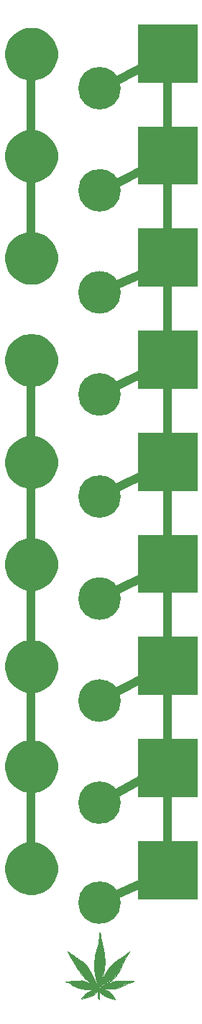
<source format=gbr>
G04 #@! TF.GenerationSoftware,KiCad,Pcbnew,(5.1.5-0)*
G04 #@! TF.CreationDate,2021-01-12T22:14:20-08:00*
G04 #@! TF.ProjectId,dividebyn,64697669-6465-4627-996e-2e6b69636164,rev?*
G04 #@! TF.SameCoordinates,Original*
G04 #@! TF.FileFunction,Soldermask,Top*
G04 #@! TF.FilePolarity,Negative*
%FSLAX46Y46*%
G04 Gerber Fmt 4.6, Leading zero omitted, Abs format (unit mm)*
G04 Created by KiCad (PCBNEW (5.1.5-0)) date 2021-01-12 22:14:20*
%MOMM*%
%LPD*%
G04 APERTURE LIST*
%ADD10C,1.000000*%
%ADD11C,0.100000*%
%ADD12C,0.000002*%
%ADD13C,0.001000*%
G04 APERTURE END LIST*
D10*
X12250000Y-113250000D02*
X12250000Y-138000000D01*
X20300000Y-118000000D02*
X28300000Y-113750000D01*
X20300000Y-130000000D02*
X28050000Y-126000000D01*
X20300000Y-141750000D02*
X28300000Y-138250000D01*
X20300000Y-153750000D02*
X28050000Y-150000000D01*
X20300000Y-165750000D02*
X28050000Y-162000000D01*
X20300000Y-177750000D02*
X28050000Y-174000000D01*
X20300000Y-189750000D02*
X28050000Y-185750000D01*
X20300000Y-201750000D02*
X28050000Y-197500000D01*
X20300000Y-213500000D02*
X28050000Y-210000000D01*
X28300000Y-210000000D02*
X28300000Y-113500000D01*
X12250000Y-150000000D02*
X12250000Y-209750000D01*
D11*
G36*
X31800000Y-213000000D02*
G01*
X24800000Y-213000000D01*
X24800000Y-206250000D01*
X31800000Y-206250000D01*
X31800000Y-213000000D01*
G37*
X31800000Y-213000000D02*
X24800000Y-213000000D01*
X24800000Y-206250000D01*
X31800000Y-206250000D01*
X31800000Y-213000000D01*
G36*
X31800000Y-201000000D02*
G01*
X24800000Y-201000000D01*
X24800000Y-194250000D01*
X31800000Y-194250000D01*
X31800000Y-201000000D01*
G37*
X31800000Y-201000000D02*
X24800000Y-201000000D01*
X24800000Y-194250000D01*
X31800000Y-194250000D01*
X31800000Y-201000000D01*
G36*
X31800000Y-189000000D02*
G01*
X24800000Y-189000000D01*
X24800000Y-182250000D01*
X31800000Y-182250000D01*
X31800000Y-189000000D01*
G37*
X31800000Y-189000000D02*
X24800000Y-189000000D01*
X24800000Y-182250000D01*
X31800000Y-182250000D01*
X31800000Y-189000000D01*
G36*
X31800000Y-177000000D02*
G01*
X24800000Y-177000000D01*
X24800000Y-170250000D01*
X31800000Y-170250000D01*
X31800000Y-177000000D01*
G37*
X31800000Y-177000000D02*
X24800000Y-177000000D01*
X24800000Y-170250000D01*
X31800000Y-170250000D01*
X31800000Y-177000000D01*
G36*
X31800000Y-165000000D02*
G01*
X24800000Y-165000000D01*
X24800000Y-158250000D01*
X31800000Y-158250000D01*
X31800000Y-165000000D01*
G37*
X31800000Y-165000000D02*
X24800000Y-165000000D01*
X24800000Y-158250000D01*
X31800000Y-158250000D01*
X31800000Y-165000000D01*
G36*
X31800000Y-153000000D02*
G01*
X24800000Y-153000000D01*
X24800000Y-146250000D01*
X31800000Y-146250000D01*
X31800000Y-153000000D01*
G37*
X31800000Y-153000000D02*
X24800000Y-153000000D01*
X24800000Y-146250000D01*
X31800000Y-146250000D01*
X31800000Y-153000000D01*
G36*
X31800000Y-141000000D02*
G01*
X24800000Y-141000000D01*
X24800000Y-134250000D01*
X31800000Y-134250000D01*
X31800000Y-141000000D01*
G37*
X31800000Y-141000000D02*
X24800000Y-141000000D01*
X24800000Y-134250000D01*
X31800000Y-134250000D01*
X31800000Y-141000000D01*
G36*
X31800000Y-129000000D02*
G01*
X24800000Y-129000000D01*
X24800000Y-122250000D01*
X31800000Y-122250000D01*
X31800000Y-129000000D01*
G37*
X31800000Y-129000000D02*
X24800000Y-129000000D01*
X24800000Y-122250000D01*
X31800000Y-122250000D01*
X31800000Y-129000000D01*
G36*
X31800000Y-117000000D02*
G01*
X24800000Y-117000000D01*
X24800000Y-110250000D01*
X31800000Y-110250000D01*
X31800000Y-117000000D01*
G37*
X31800000Y-117000000D02*
X24800000Y-117000000D01*
X24800000Y-110250000D01*
X31800000Y-110250000D01*
X31800000Y-117000000D01*
D10*
X22300000Y-117750000D02*
G75*
G03X22300000Y-117750000I-2000000J0D01*
G01*
X22300000Y-129750000D02*
G75*
G03X22300000Y-129750000I-2000000J0D01*
G01*
X22300000Y-141750000D02*
G75*
G03X22300000Y-141750000I-2000000J0D01*
G01*
X22300000Y-153750000D02*
G75*
G03X22300000Y-153750000I-2000000J0D01*
G01*
X22300000Y-165750000D02*
G75*
G03X22300000Y-165750000I-2000000J0D01*
G01*
X22300000Y-177750000D02*
G75*
G03X22300000Y-177750000I-2000000J0D01*
G01*
X22300000Y-189750000D02*
G75*
G03X22300000Y-189750000I-2000000J0D01*
G01*
X22300000Y-201750000D02*
G75*
G03X22300000Y-201750000I-2000000J0D01*
G01*
X22300000Y-213500000D02*
G75*
G03X22300000Y-213500000I-2000000J0D01*
G01*
D11*
G36*
X20910400Y-223747650D02*
G01*
X21462850Y-224027050D01*
X21789875Y-224354075D01*
X21924813Y-224584263D01*
X22156588Y-224854138D01*
X21850200Y-224770000D01*
X21596200Y-224693800D01*
X21418400Y-224630300D01*
X21043750Y-224496950D01*
X20684975Y-224303275D01*
X20424625Y-224017525D01*
X20300800Y-223855600D01*
X20364300Y-223893700D01*
X20338900Y-223830200D01*
X20402400Y-223658750D01*
X20910400Y-223747650D01*
G37*
X20910400Y-223747650D02*
X21462850Y-224027050D01*
X21789875Y-224354075D01*
X21924813Y-224584263D01*
X22156588Y-224854138D01*
X21850200Y-224770000D01*
X21596200Y-224693800D01*
X21418400Y-224630300D01*
X21043750Y-224496950D01*
X20684975Y-224303275D01*
X20424625Y-224017525D01*
X20300800Y-223855600D01*
X20364300Y-223893700D01*
X20338900Y-223830200D01*
X20402400Y-223658750D01*
X20910400Y-223747650D01*
G36*
X20116650Y-223766700D02*
G01*
X19748350Y-224198500D01*
X19310200Y-224471550D01*
X18929200Y-224611250D01*
X18179900Y-224776350D01*
X18662500Y-224249300D01*
X19056200Y-223982600D01*
X19424500Y-223779400D01*
X19894400Y-223703200D01*
X19919800Y-223703200D01*
X20116650Y-223766700D01*
G37*
X20116650Y-223766700D02*
X19748350Y-224198500D01*
X19310200Y-224471550D01*
X18929200Y-224611250D01*
X18179900Y-224776350D01*
X18662500Y-224249300D01*
X19056200Y-223982600D01*
X19424500Y-223779400D01*
X19894400Y-223703200D01*
X19919800Y-223703200D01*
X20116650Y-223766700D01*
G36*
X23323400Y-222738000D02*
G01*
X23755200Y-222763400D01*
X24333207Y-222773943D01*
X23653600Y-222928500D01*
X23221800Y-223119000D01*
X22878900Y-223334900D01*
X22459800Y-223500000D01*
X21926400Y-223588900D01*
X21481900Y-223614300D01*
X20904050Y-223595250D01*
X20326200Y-223576200D01*
X20262700Y-223500000D01*
X20478600Y-223436500D01*
X20485585Y-223385700D01*
X20801815Y-223258700D01*
X21335850Y-223030100D01*
X21888300Y-222826900D01*
X22282000Y-222712600D01*
X22726500Y-222712600D01*
X23323400Y-222738000D01*
G37*
X23323400Y-222738000D02*
X23755200Y-222763400D01*
X24333207Y-222773943D01*
X23653600Y-222928500D01*
X23221800Y-223119000D01*
X22878900Y-223334900D01*
X22459800Y-223500000D01*
X21926400Y-223588900D01*
X21481900Y-223614300D01*
X20904050Y-223595250D01*
X20326200Y-223576200D01*
X20262700Y-223500000D01*
X20478600Y-223436500D01*
X20485585Y-223385700D01*
X20801815Y-223258700D01*
X21335850Y-223030100D01*
X21888300Y-222826900D01*
X22282000Y-222712600D01*
X22726500Y-222712600D01*
X23323400Y-222738000D01*
G36*
X23310700Y-220083700D02*
G01*
X23069400Y-220579000D01*
X22866200Y-221036200D01*
X22605850Y-221556900D01*
X22332800Y-221912500D01*
X22021650Y-222325250D01*
X21551750Y-222718950D01*
X21050100Y-223055500D01*
X19945200Y-223652400D01*
X19970600Y-223322200D01*
X20275400Y-223271400D01*
X20523050Y-222833250D01*
X20738950Y-222369700D01*
X20904050Y-222039500D01*
X21088200Y-221747400D01*
X21253300Y-221429900D01*
X21532700Y-221074300D01*
X21812100Y-220756800D01*
X22142300Y-220464700D01*
X22485200Y-220236100D01*
X22866200Y-219982100D01*
X23259900Y-219715400D01*
X23793300Y-219321700D01*
X23310700Y-220083700D01*
G37*
X23310700Y-220083700D02*
X23069400Y-220579000D01*
X22866200Y-221036200D01*
X22605850Y-221556900D01*
X22332800Y-221912500D01*
X22021650Y-222325250D01*
X21551750Y-222718950D01*
X21050100Y-223055500D01*
X19945200Y-223652400D01*
X19970600Y-223322200D01*
X20275400Y-223271400D01*
X20523050Y-222833250D01*
X20738950Y-222369700D01*
X20904050Y-222039500D01*
X21088200Y-221747400D01*
X21253300Y-221429900D01*
X21532700Y-221074300D01*
X21812100Y-220756800D01*
X22142300Y-220464700D01*
X22485200Y-220236100D01*
X22866200Y-219982100D01*
X23259900Y-219715400D01*
X23793300Y-219321700D01*
X23310700Y-220083700D01*
G36*
X20465900Y-217950100D02*
G01*
X20567500Y-218432700D01*
X20681800Y-218889900D01*
X20764350Y-219220100D01*
X20827850Y-219601100D01*
X20872300Y-220121800D01*
X20872300Y-220655200D01*
X20821500Y-221239400D01*
X20758000Y-221760100D01*
X20615125Y-222255400D01*
X20316675Y-223271400D01*
X20103950Y-223220600D01*
X19869000Y-222306200D01*
X19695962Y-221442600D01*
X19711837Y-220655200D01*
X19764225Y-219994800D01*
X19926150Y-219220100D01*
X20161100Y-218407300D01*
X20288100Y-217632600D01*
X20351600Y-217111900D01*
X20465900Y-217950100D01*
G37*
X20465900Y-217950100D02*
X20567500Y-218432700D01*
X20681800Y-218889900D01*
X20764350Y-219220100D01*
X20827850Y-219601100D01*
X20872300Y-220121800D01*
X20872300Y-220655200D01*
X20821500Y-221239400D01*
X20758000Y-221760100D01*
X20615125Y-222255400D01*
X20316675Y-223271400D01*
X20103950Y-223220600D01*
X19869000Y-222306200D01*
X19695962Y-221442600D01*
X19711837Y-220655200D01*
X19764225Y-219994800D01*
X19926150Y-219220100D01*
X20161100Y-218407300D01*
X20288100Y-217632600D01*
X20351600Y-217111900D01*
X20465900Y-217950100D01*
G36*
X16846400Y-219524900D02*
G01*
X17163900Y-219766200D01*
X17729050Y-220083700D01*
X18325950Y-220515500D01*
X18700600Y-220896500D01*
X19100650Y-221461650D01*
X19697550Y-222642750D01*
X19996000Y-223207900D01*
X20008700Y-223220600D01*
X19678500Y-223246000D01*
X19576900Y-223195200D01*
X19221300Y-222947550D01*
X18814900Y-222579250D01*
X18484700Y-222230000D01*
X18129100Y-221798200D01*
X17849700Y-221379100D01*
X17659200Y-221125100D01*
X17405200Y-220667900D01*
X17151200Y-220299600D01*
X16909900Y-219880500D01*
X16630500Y-219321700D01*
X16846400Y-219524900D01*
G37*
X16846400Y-219524900D02*
X17163900Y-219766200D01*
X17729050Y-220083700D01*
X18325950Y-220515500D01*
X18700600Y-220896500D01*
X19100650Y-221461650D01*
X19697550Y-222642750D01*
X19996000Y-223207900D01*
X20008700Y-223220600D01*
X19678500Y-223246000D01*
X19576900Y-223195200D01*
X19221300Y-222947550D01*
X18814900Y-222579250D01*
X18484700Y-222230000D01*
X18129100Y-221798200D01*
X17849700Y-221379100D01*
X17659200Y-221125100D01*
X17405200Y-220667900D01*
X17151200Y-220299600D01*
X16909900Y-219880500D01*
X16630500Y-219321700D01*
X16846400Y-219524900D01*
G36*
X18252925Y-222703075D02*
G01*
X18589475Y-222798325D01*
X18853000Y-222890400D01*
X19551500Y-223296800D01*
X19581980Y-223324740D01*
X19589600Y-223309500D01*
X19589600Y-223322200D01*
X19581980Y-223324740D01*
X19500700Y-223487300D01*
X19894400Y-223627000D01*
X19684850Y-223652400D01*
X19291150Y-223677800D01*
X18814900Y-223677800D01*
X18370400Y-223614300D01*
X17887800Y-223500000D01*
X17494100Y-223385700D01*
X17087700Y-223157100D01*
X16770200Y-222928500D01*
X16363800Y-222801500D01*
X17011500Y-222750700D01*
X17544900Y-222712600D01*
X18008450Y-222706250D01*
X18252925Y-222703075D01*
G37*
X18252925Y-222703075D02*
X18589475Y-222798325D01*
X18853000Y-222890400D01*
X19551500Y-223296800D01*
X19581980Y-223324740D01*
X19589600Y-223309500D01*
X19589600Y-223322200D01*
X19581980Y-223324740D01*
X19500700Y-223487300D01*
X19894400Y-223627000D01*
X19684850Y-223652400D01*
X19291150Y-223677800D01*
X18814900Y-223677800D01*
X18370400Y-223614300D01*
X17887800Y-223500000D01*
X17494100Y-223385700D01*
X17087700Y-223157100D01*
X16770200Y-222928500D01*
X16363800Y-222801500D01*
X17011500Y-222750700D01*
X17544900Y-222712600D01*
X18008450Y-222706250D01*
X18252925Y-222703075D01*
G36*
X20250000Y-223284100D02*
G01*
X20038862Y-223477775D01*
X20257937Y-223573025D01*
X21008825Y-224115950D01*
X20827850Y-224211200D01*
X20250000Y-223754000D01*
X20262700Y-224846200D01*
X20148400Y-224706500D01*
X20142050Y-223817500D01*
X20186500Y-223817500D01*
X19805500Y-223601600D01*
X19519750Y-223449200D01*
X19684850Y-223169800D01*
X20250000Y-223284100D01*
G37*
X20250000Y-223284100D02*
X20038862Y-223477775D01*
X20257937Y-223573025D01*
X21008825Y-224115950D01*
X20827850Y-224211200D01*
X20250000Y-223754000D01*
X20262700Y-224846200D01*
X20148400Y-224706500D01*
X20142050Y-223817500D01*
X20186500Y-223817500D01*
X19805500Y-223601600D01*
X19519750Y-223449200D01*
X19684850Y-223169800D01*
X20250000Y-223284100D01*
D12*
X19729586Y-221596968D02*
X19736414Y-221663404D01*
X16310628Y-222785206D02*
G75*
G02X16312745Y-222780474I8833J-1112D01*
G01*
X16312745Y-222780475D02*
G75*
G02X16317170Y-222777659I6961J-6056D01*
G01*
X16317171Y-222777659D02*
G75*
G02X16326272Y-222775641I21302J-74534D01*
G01*
X16369176Y-222769928D02*
X16326272Y-222775641D01*
X16425382Y-222764579D02*
X16369176Y-222769928D01*
X16499523Y-222759059D02*
X16425382Y-222764579D01*
X16600810Y-222752773D02*
X16499523Y-222759059D01*
X16714250Y-222745535D02*
X16600810Y-222752773D01*
X16805159Y-222738329D02*
X16714250Y-222745535D01*
X16885946Y-222730142D02*
X16805159Y-222738329D01*
X16967522Y-222719967D02*
X16885946Y-222730142D01*
X17045588Y-222710763D02*
X16967522Y-222719967D01*
X17144548Y-222701810D02*
X17045588Y-222710763D01*
X17252731Y-222693949D02*
X17144548Y-222701810D01*
X17360022Y-222688039D02*
X17252731Y-222693949D01*
X17408893Y-222685783D02*
X17360022Y-222688039D01*
X17478084Y-222682592D02*
X17408893Y-222685783D01*
X17553746Y-222679104D02*
X17478084Y-222682592D01*
X17625022Y-222675821D02*
X17553746Y-222679104D01*
X17792892Y-222668843D02*
X17625022Y-222675821D01*
X17967753Y-222663052D02*
X17792892Y-222668843D01*
X18141324Y-222658069D02*
X17967753Y-222663052D01*
X18141324Y-222658069D02*
G75*
G02X18150393Y-222660507I462J-16364D01*
G01*
X18153889Y-222661762D02*
G75*
G02X18150393Y-222660507I1209J8867D01*
G01*
X18169388Y-222663775D02*
X18153889Y-222661762D01*
X18187771Y-222665819D02*
X18169388Y-222663775D01*
X18208715Y-222667713D02*
X18187771Y-222665819D01*
X19720054Y-221487481D02*
X19722649Y-221517124D01*
X20862378Y-223647086D02*
X20907522Y-223650622D01*
X20813537Y-223643388D02*
X20862378Y-223647086D01*
X20768194Y-223640058D02*
X20813537Y-223643388D01*
X20735022Y-223637755D02*
X20768194Y-223640058D01*
X20703615Y-223635486D02*
X20735022Y-223637755D01*
X20664584Y-223632326D02*
X20703615Y-223635486D01*
X20624606Y-223628849D02*
X20664584Y-223632326D01*
X20590022Y-223625579D02*
X20624606Y-223628849D01*
X20528512Y-223620402D02*
X20590022Y-223625579D01*
X20476901Y-223618134D02*
X20528512Y-223620402D01*
X19081364Y-221380665D02*
X18952584Y-221173051D01*
X19210123Y-221610277D02*
X19081364Y-221380665D01*
X20513811Y-223644985D02*
X20475611Y-223637712D01*
X20551820Y-223651668D02*
X20513811Y-223644985D01*
X20577522Y-223655429D02*
X20551820Y-223651668D01*
X20577522Y-223655429D02*
G75*
G02X20665850Y-223671576I-96572J-777952D01*
G01*
X20792223Y-223704860D02*
X20665850Y-223671576D01*
X20931550Y-223747366D02*
X20792223Y-223704860D01*
X21065022Y-223794009D02*
X20931550Y-223747366D01*
X21108649Y-223811046D02*
X21065022Y-223794009D01*
X21154637Y-223830487D02*
X21108649Y-223811046D01*
X21202079Y-223851930D02*
X21154637Y-223830487D01*
X21250085Y-223874987D02*
X21202079Y-223851930D01*
X21250085Y-223874988D02*
G75*
G02X21402408Y-223962179I-639105J-1293158D01*
G01*
X19850081Y-222347260D02*
X19852098Y-222357528D01*
X22870021Y-221015299D02*
G75*
G02X22869743Y-221016562I-3003J0D01*
G01*
X22861209Y-221034952D02*
X22869743Y-221016562D01*
X22851523Y-221055632D02*
X22861209Y-221034952D01*
X22840022Y-221079870D02*
X22851523Y-221055632D01*
X22828521Y-221104146D02*
X22840022Y-221079870D01*
X22818834Y-221124951D02*
X22828521Y-221104146D01*
X22810385Y-221143329D02*
X22818834Y-221124951D01*
X22810021Y-221144995D02*
G75*
G02X22810385Y-221143329I3995J0D01*
G01*
X22810021Y-221144995D02*
G75*
G02X22809292Y-221148297I-7840J0D01*
G01*
X22770677Y-221231421D02*
X22809292Y-221148297D01*
X22727758Y-221323339D02*
X22770677Y-221231421D01*
X22677442Y-221430277D02*
X22727758Y-221323339D01*
X22654537Y-221478174D02*
X22677442Y-221430277D01*
X22626801Y-221534980D02*
X22654537Y-221478174D01*
X22597730Y-221593998D02*
X22626801Y-221534980D01*
X22597731Y-221593997D02*
G75*
G02X22595022Y-221597777I-12801J6311D01*
G01*
X22593589Y-221599614D02*
G75*
G02X22595022Y-221597777I8150J-4881D01*
G01*
X22590177Y-221605418D02*
X22593588Y-221599615D01*
X22586238Y-221612435D02*
X22590177Y-221605418D01*
X22582041Y-221620277D02*
X22586238Y-221612435D01*
X22573008Y-221637116D02*
X22582041Y-221620277D01*
X22562309Y-221656309D02*
X22573008Y-221637116D01*
X22551117Y-221675799D02*
X22562309Y-221656309D01*
X22540563Y-221693576D02*
X22551117Y-221675799D01*
X22536359Y-221700601D02*
X22540563Y-221693576D01*
X22529895Y-221711546D02*
X22536359Y-221700601D01*
X22522630Y-221723921D02*
X22529895Y-221711546D01*
X22515538Y-221736076D02*
X22522630Y-221723921D01*
X22515539Y-221736076D02*
G75*
G02X22426513Y-221874537I-1594117J927112D01*
G01*
X22310765Y-222028716D02*
X22426513Y-221874537D01*
X22179379Y-222185115D02*
X22310765Y-222028716D01*
X22042561Y-222330767D02*
X22179379Y-222185115D01*
X22042561Y-222330767D02*
G75*
G02X21762462Y-222588051I-2992746J2977019D01*
G01*
X21452444Y-222826945D02*
X21762462Y-222588051D01*
X21096530Y-223058868D02*
X21452444Y-222826945D01*
X20677522Y-223295384D02*
X21096530Y-223058868D01*
X20657210Y-223306206D02*
X20677522Y-223295384D01*
X20633256Y-223319049D02*
X20657210Y-223306206D01*
X20609541Y-223331825D02*
X20633256Y-223319049D01*
X20590022Y-223342411D02*
X20609541Y-223331825D01*
X20572766Y-223351769D02*
X20590022Y-223342411D01*
X20556062Y-223360749D02*
X20572766Y-223351769D01*
X20541782Y-223368359D02*
X20556062Y-223360749D01*
X20534097Y-223372337D02*
X20541782Y-223368359D01*
X20517847Y-223382144D02*
G75*
G02X20534097Y-223372337I73169J-102870D01*
G01*
X20501467Y-223395234D02*
G75*
G02X20517847Y-223382145I125077J-139731D01*
G01*
X20488112Y-223408375D02*
G75*
G02X20501467Y-223395234I145858J-134885D01*
G01*
X20485021Y-223416267D02*
G75*
G02X20488111Y-223408375I11624J0D01*
G01*
X20485871Y-223419781D02*
G75*
G02X20485022Y-223416267I6849J3514D01*
G01*
X20488155Y-223421737D02*
G75*
G02X20485870Y-223419780I1247J3768D01*
G01*
X20492397Y-223422198D02*
G75*
G02X20488155Y-223421737I-1044J10127D01*
G01*
X20499641Y-223421103D02*
G75*
G02X20492398Y-223422199I-15184J75919D01*
G01*
X20518149Y-223415366D02*
G75*
G02X20499641Y-223421104I-36945J86448D01*
G01*
X20578992Y-223389023D02*
X20518149Y-223415366D01*
X20646972Y-223358528D02*
X20578992Y-223389023D01*
X20715022Y-223326643D02*
X20646972Y-223358528D01*
X20738044Y-223315656D02*
X20715022Y-223326643D01*
X20763850Y-223303400D02*
X20738044Y-223315656D01*
X20788478Y-223291750D02*
X20763850Y-223303400D01*
X20807522Y-223282798D02*
X20788478Y-223291750D01*
X20827497Y-223273393D02*
X20807522Y-223282798D01*
X20855600Y-223260054D02*
X20827497Y-223273393D01*
X20886247Y-223245444D02*
X20855600Y-223260054D01*
X20915022Y-223231661D02*
X20886247Y-223245444D01*
X20969936Y-223205361D02*
X20915022Y-223231661D01*
X21011702Y-223185535D02*
X20969936Y-223205361D01*
X21046707Y-223169148D02*
X21011702Y-223185535D01*
X21080022Y-223153816D02*
X21046707Y-223169148D01*
X21115354Y-223137574D02*
X21080022Y-223153816D01*
X21181774Y-223106749D02*
X21115354Y-223137574D01*
X21249694Y-223075132D02*
X21181774Y-223106749D01*
X21297522Y-223052733D02*
X21249694Y-223075132D01*
X21444502Y-222984657D02*
X21297522Y-223052733D01*
X21595333Y-222916903D02*
X21444502Y-222984657D01*
X21733653Y-222856658D02*
X21595333Y-222916903D01*
X21840022Y-222812680D02*
X21733653Y-222856658D01*
X21893337Y-222791611D02*
X21840022Y-222812680D01*
X21928135Y-222778359D02*
X21893337Y-222791611D01*
X21957932Y-222767769D02*
X21928135Y-222778359D01*
X21992522Y-222756289D02*
X21957932Y-222767769D01*
X22051620Y-222738467D02*
X21992522Y-222756289D01*
X22113071Y-222722384D02*
X22051620Y-222738467D01*
X22174574Y-222708597D02*
X22113071Y-222722384D01*
X22233822Y-222697669D02*
X22174574Y-222708597D01*
X22275789Y-222691782D02*
X22233822Y-222697669D01*
X22311324Y-222688975D02*
X22275789Y-222691782D01*
X22355896Y-222688261D02*
X22311324Y-222688975D01*
X22436322Y-222689370D02*
X22355896Y-222688261D01*
X22493234Y-222690735D02*
X22436322Y-222689370D01*
X22551607Y-222692737D02*
X22493234Y-222690735D01*
X22603546Y-222695032D02*
X22551607Y-222692737D01*
X22637522Y-222697267D02*
X22603546Y-222695032D01*
X22668287Y-222699702D02*
X22637522Y-222697267D01*
X22707662Y-222702627D02*
X22668287Y-222699702D01*
X22748691Y-222705545D02*
X22707662Y-222702627D01*
X22785022Y-222707990D02*
X22748691Y-222705545D01*
X22822057Y-222710418D02*
X22785022Y-222707990D01*
X22865318Y-222713293D02*
X22822057Y-222710418D01*
X22907867Y-222716150D02*
X22865318Y-222713293D01*
X22942522Y-222718510D02*
X22907867Y-222716150D01*
X22995145Y-222720680D02*
X22942522Y-222718510D01*
X23187897Y-222723130D02*
X22995145Y-222720680D01*
X23416132Y-222725346D02*
X23187897Y-222723130D01*
X23672522Y-222726997D02*
X23416132Y-222725346D01*
X24010194Y-222728974D02*
X23672522Y-222726997D01*
X24196598Y-222730953D02*
X24010194Y-222728974D01*
X24325267Y-222733028D02*
X24196598Y-222730953D01*
X24325267Y-222733028D02*
G75*
G02X24338772Y-222736729I-500J-28318D01*
G01*
X24338772Y-222736728D02*
G75*
G02X24347766Y-222745160I-13045J-22929D01*
G01*
X24347766Y-222745160D02*
G75*
G02X24350023Y-222755412I-12281J-8079D01*
G01*
X24350023Y-222755413D02*
G75*
G02X24344871Y-222765674I-18220J2725D01*
G01*
X24344870Y-222765673D02*
G75*
G02X24333207Y-222773943I-29662J29474D01*
G01*
X24333208Y-222773944D02*
G75*
G02X24315174Y-222781131I-63623J133418D01*
G01*
X24250776Y-222801805D02*
X24315174Y-222781131D01*
X24188093Y-222821392D02*
X24250776Y-222801805D01*
X24152522Y-222831377D02*
X24188093Y-222821392D01*
X24023171Y-222868169D02*
X24152522Y-222831377D01*
X23848786Y-222925203D02*
X24023171Y-222868169D01*
X23669767Y-222988251D02*
X23848786Y-222925203D01*
X23522522Y-223045274D02*
X23669767Y-222988251D01*
X23399199Y-223098078D02*
X23522522Y-223045274D01*
X23253927Y-223164591D02*
X23399199Y-223098078D01*
X23112600Y-223232490D02*
X23253927Y-223164591D01*
X23002522Y-223289199D02*
X23112600Y-223232490D01*
X22868504Y-223360433D02*
X23002522Y-223289199D01*
X22783440Y-223402696D02*
X22868504Y-223360433D01*
X22708987Y-223435131D02*
X22783440Y-223402696D01*
X22617522Y-223470178D02*
X22708987Y-223435131D01*
X22542423Y-223497307D02*
X22617522Y-223470178D01*
X22502851Y-223510723D02*
X22542423Y-223497307D01*
X22463400Y-223522598D02*
X22502851Y-223510723D01*
X22390022Y-223543034D02*
X22463400Y-223522598D01*
X22270804Y-223572545D02*
X22390022Y-223543034D01*
X22133620Y-223600279D02*
X22270804Y-223572545D01*
X21995884Y-223623156D02*
X22133620Y-223600279D01*
X21875022Y-223637838D02*
X21995884Y-223623156D01*
X21851013Y-223640138D02*
X21875022Y-223637838D01*
X21816506Y-223643487D02*
X21851013Y-223640138D01*
X21778547Y-223647195D02*
X21816506Y-223643487D01*
X21742522Y-223650739D02*
X21778547Y-223647195D01*
X21608935Y-223658145D02*
X21742522Y-223650739D01*
X21336190Y-223659806D02*
X21608935Y-223658145D01*
X21063070Y-223657895D02*
X21336190Y-223659806D01*
X20907522Y-223650622D02*
X21063070Y-223657895D01*
X20434700Y-223617876D02*
X20476901Y-223618134D01*
X20430021Y-223622584D02*
G75*
G02X20434700Y-223617876I4709J-1D01*
G01*
X20431145Y-223624719D02*
G75*
G02X20430022Y-223622585I1466J2134D01*
G01*
X20435529Y-223627293D02*
G75*
G02X20431144Y-223624719I15819J31971D01*
G01*
X19360636Y-221888155D02*
X19344341Y-221858062D01*
X19371221Y-221907777D02*
X19360636Y-221888155D01*
X20761249Y-222283226D02*
X20714982Y-222380277D01*
X20846807Y-222112328D02*
X20761249Y-222283226D01*
X20933548Y-221941636D02*
X20846807Y-222112328D01*
X20974269Y-221866527D02*
X20933548Y-221941636D01*
X20988678Y-221841366D02*
X20974269Y-221866527D01*
X20999929Y-221821636D02*
X20988678Y-221841366D01*
X21009609Y-221804555D02*
X20999929Y-221821636D01*
X21019048Y-221787777D02*
X21009609Y-221804555D01*
X21025983Y-221775624D02*
X21019048Y-221787777D01*
X21037590Y-221755731D02*
X21025983Y-221775624D01*
X21050976Y-221732985D02*
X21037590Y-221755731D01*
X21064458Y-221710277D02*
X21050976Y-221732985D01*
X21077575Y-221688268D02*
X21064458Y-221710277D01*
X21089864Y-221667624D02*
X21077575Y-221688268D01*
X21100197Y-221650243D02*
X21089864Y-221667624D01*
X21104889Y-221642307D02*
X21100197Y-221650243D01*
X21149259Y-221570233D02*
X21104889Y-221642307D01*
X21212393Y-221473837D02*
X21149259Y-221570233D01*
X21279939Y-221374271D02*
X21212393Y-221473837D01*
X21339543Y-221290277D02*
X21279939Y-221374271D01*
X21396819Y-221213641D02*
X21339543Y-221290277D01*
X21467177Y-221123061D02*
X21396819Y-221213641D01*
X21534639Y-221038542D02*
X21467177Y-221123061D01*
X21577847Y-220987777D02*
X21534639Y-221038542D01*
X22885064Y-220981889D02*
X22894416Y-220961958D01*
X22877187Y-220998945D02*
X22885064Y-220981889D01*
X22870294Y-221014044D02*
X22877187Y-220998945D01*
X22870022Y-221015299D02*
G75*
G02X22870294Y-221014044I3026J0D01*
G01*
X19325985Y-221824222D02*
X19308037Y-221791194D01*
X19344341Y-221858062D02*
X19325985Y-221824222D01*
X22162904Y-224882618D02*
G75*
G02X22162962Y-224890934I-10582J-4233D01*
G01*
X22162961Y-224890934D02*
G75*
G02X22160571Y-224893771I-5287J2029D01*
G01*
X22160571Y-224893771D02*
G75*
G02X22155675Y-224895933I-11328J19028D01*
G01*
X22155675Y-224895934D02*
G75*
G02X22148837Y-224897326I-10822J35655D01*
G01*
X22148838Y-224897325D02*
G75*
G02X22140414Y-224897777I-8424J78322D01*
G01*
X20643609Y-222541378D02*
X20635721Y-222560277D01*
X20670843Y-222479384D02*
X20643609Y-222541378D01*
X20697720Y-222418594D02*
X20670843Y-222479384D01*
X20714982Y-222380277D02*
X20697720Y-222418594D01*
X22140414Y-224897778D02*
G75*
G02X22125921Y-224896825I0J110737D01*
G01*
X22125921Y-224896825D02*
G75*
G02X22113016Y-224893965I9971J75534D01*
G01*
X22113016Y-224893965D02*
G75*
G02X22096281Y-224887761I53575J170197D01*
G01*
X22065022Y-224874046D02*
X22096281Y-224887761D01*
X22001838Y-224847762D02*
X22065022Y-224874046D01*
X21935736Y-224824319D02*
X22001838Y-224847762D01*
X21864120Y-224802862D02*
X21935736Y-224824319D01*
X21784294Y-224782548D02*
X21864120Y-224802862D01*
X21647606Y-224749292D02*
X21784294Y-224782548D01*
X19380128Y-221924323D02*
X19371221Y-221907777D01*
X19390235Y-221943074D02*
X19380128Y-221924323D01*
X20503305Y-222886243D02*
X20494490Y-222906661D01*
X20513179Y-222862378D02*
X20503305Y-222886243D01*
X20524497Y-222834151D02*
X20513179Y-222862378D01*
X20537768Y-222800277D02*
X20524497Y-222834151D01*
X20543655Y-222785324D02*
X20537768Y-222800277D01*
X20550109Y-222769333D02*
X20543655Y-222785324D01*
X20556173Y-222754627D02*
X20550109Y-222769333D01*
X21402408Y-223962178D02*
G75*
G02X21540509Y-224065987I-743206J-1132487D01*
G01*
X21540509Y-224065987D02*
G75*
G02X21658604Y-224181641I-808447J-943632D01*
G01*
X21658604Y-224181641D02*
G75*
G02X21751099Y-224304225I-691614J-618042D01*
G01*
X21843113Y-224447827D02*
X21751099Y-224304225D01*
X21908325Y-224544131D02*
X21843113Y-224447827D01*
X21969278Y-224626381D02*
X21908325Y-224544131D01*
X22044380Y-224720045D02*
X21969278Y-224626381D01*
X22087947Y-224772822D02*
X22044380Y-224720045D01*
X22101771Y-224789809D02*
X22087947Y-224772822D01*
X22112079Y-224803035D02*
X22101771Y-224789809D01*
X19884498Y-219270277D02*
X19870636Y-219320269D01*
X20560691Y-222744082D02*
X20556173Y-222754627D01*
X20564264Y-222735606D02*
X20560691Y-222744082D01*
X20567281Y-222727667D02*
X20564264Y-222735606D01*
X20569553Y-222720959D02*
X20567281Y-222727667D01*
X20570021Y-222717966D02*
G75*
G02X20569553Y-222720959I-9805J0D01*
G01*
X20570021Y-222717965D02*
G75*
G02X20570501Y-222714968I9600J-1D01*
G01*
X20572848Y-222708209D02*
X20570501Y-222714968D01*
X20575958Y-222700210D02*
X20572848Y-222708209D01*
X20579642Y-222691661D02*
X20575958Y-222700210D01*
X20593866Y-222659784D02*
X20579642Y-222691661D01*
X20602969Y-222638632D02*
X20593866Y-222659784D01*
X20609166Y-222623491D02*
X20602969Y-222638632D01*
X20610007Y-222619082D02*
G75*
G02X20609166Y-222623491I-11749J-43D01*
G01*
X20610007Y-222619082D02*
G75*
G02X20610459Y-222616632I6738J25D01*
G01*
X20613194Y-222609786D02*
X20610459Y-222616632D01*
X20616707Y-222601673D02*
X20613194Y-222609786D01*
X20620874Y-222592777D02*
X20616707Y-222601673D01*
X20625330Y-222583430D02*
X20620874Y-222592777D01*
X20629723Y-222573949D02*
X20625330Y-222583430D01*
X20633495Y-222565577D02*
X20629723Y-222573949D01*
X20635721Y-222560277D02*
X20633495Y-222565577D01*
X22127281Y-224823316D02*
X22112079Y-224803035D01*
X22143683Y-224846689D02*
X22127281Y-224823316D01*
X22143683Y-224846690D02*
G75*
G02X22155528Y-224866666I-194982J-129113D01*
G01*
X22155528Y-224866666D02*
G75*
G02X22162903Y-224882618I-148143J-78170D01*
G01*
X21587272Y-220977192D02*
X21577847Y-220987777D01*
X21607031Y-220954856D02*
X21587272Y-220977192D01*
X21630430Y-220928361D02*
X21607031Y-220954856D01*
X21655193Y-220900277D02*
X21630430Y-220928361D01*
X21763704Y-220783304D02*
X21655193Y-220900277D01*
X21896053Y-220652079D02*
X21763704Y-220783304D01*
X22027297Y-220530085D02*
X21896053Y-220652079D01*
X22130250Y-220444220D02*
X22027297Y-220530085D01*
X22217428Y-220378727D02*
X22130250Y-220444220D01*
X22296415Y-220323278D02*
X22217428Y-220378727D01*
X22398457Y-220256351D02*
X22296415Y-220323278D01*
X22577522Y-220142769D02*
X22398457Y-220256351D01*
X22639629Y-220103344D02*
X22577522Y-220142769D01*
X22706365Y-220060469D02*
X22639629Y-220103344D01*
X22767965Y-220020471D02*
X22706365Y-220060469D01*
X22812522Y-219990991D02*
X22767965Y-220020471D01*
X22947222Y-219899298D02*
X22812522Y-219990991D01*
X23070866Y-219812251D02*
X22947222Y-219899298D01*
X23218690Y-219704774D02*
X23070866Y-219812251D01*
X23440022Y-219540957D02*
X23218690Y-219704774D01*
X23483928Y-219508350D02*
X23440022Y-219540957D01*
X23526959Y-219476446D02*
X23483928Y-219508350D01*
X23564011Y-219449020D02*
X23526959Y-219476446D01*
X23585022Y-219433543D02*
X23564011Y-219449020D01*
X23601209Y-219421646D02*
X23585022Y-219433543D01*
X23618850Y-219408643D02*
X23601209Y-219421646D01*
X23635320Y-219396471D02*
X23618850Y-219408643D01*
X23647522Y-219387414D02*
X23635320Y-219396471D01*
X23687477Y-219359270D02*
X23647522Y-219387414D01*
X23742952Y-219323208D02*
X23687477Y-219359270D01*
X23799438Y-219287759D02*
X23742952Y-219323208D01*
X23799438Y-219287760D02*
G75*
G02X23814761Y-219281269I28471J-45884D01*
G01*
X23814761Y-219281268D02*
G75*
G02X23827504Y-219279947I10974J-43717D01*
G01*
X23827504Y-219279947D02*
G75*
G02X23834070Y-219284069I-305J-7776D01*
G01*
X23834070Y-219284070D02*
G75*
G02X23834527Y-219292656I-8997J-4784D01*
G01*
X23834527Y-219292655D02*
G75*
G02X23827667Y-219305539I-63438J25510D01*
G01*
X23815329Y-219322507D02*
X23827667Y-219305539D01*
X23795976Y-219346851D02*
X23815329Y-219322507D01*
X23776429Y-219370518D02*
X23795976Y-219346851D01*
X23776429Y-219370517D02*
G75*
G02X23766963Y-219380277I-72727J61071D01*
G01*
X23749895Y-219398072D02*
G75*
G02X23766963Y-219380277I123500J-101373D01*
G01*
X23695948Y-219464257D02*
X23749895Y-219398072D01*
X23641922Y-219531904D02*
X23695948Y-219464257D01*
X23601038Y-219585277D02*
X23641922Y-219531904D01*
X23524034Y-219693698D02*
X23601038Y-219585277D01*
X23463980Y-219789678D02*
X23524034Y-219693698D01*
X23398409Y-219910452D02*
X23463980Y-219789678D01*
X23295463Y-220115277D02*
X23398409Y-219910452D01*
X23262314Y-220182396D02*
X23295463Y-220115277D01*
X23232337Y-220243418D02*
X23262314Y-220182396D01*
X23207300Y-220294652D02*
X23232337Y-220243418D01*
X23198740Y-220312777D02*
X23207300Y-220294652D01*
X23183870Y-220344997D02*
X23198740Y-220312777D01*
X23148656Y-220420485D02*
X23183870Y-220344997D01*
X23113434Y-220495815D02*
X23148656Y-220420485D01*
X23092505Y-220540277D02*
X23113434Y-220495815D01*
X23086270Y-220553483D02*
X23092505Y-220540277D01*
X23076572Y-220574090D02*
X23086270Y-220553483D01*
X23065623Y-220597387D02*
X23076572Y-220574090D01*
X23054881Y-220620277D02*
X23065623Y-220597387D01*
X23002656Y-220731614D02*
X23054881Y-220620277D01*
X22955466Y-220832138D02*
X23002656Y-220731614D01*
X22916565Y-220914935D02*
X22955466Y-220832138D01*
X22894416Y-220961958D02*
X22916565Y-220914935D01*
X19706089Y-220270173D02*
X19700432Y-220347777D01*
X19741414Y-219934273D02*
X19739359Y-219951746D01*
X19749812Y-221775277D02*
X19752112Y-221791881D01*
X17470022Y-223404199D02*
X17535345Y-223431444D01*
X17422193Y-223382386D02*
X17470022Y-223404199D01*
X17346008Y-223345116D02*
X17422193Y-223382386D01*
X17263874Y-223304229D02*
X17346008Y-223345116D01*
X18208715Y-222667712D02*
G75*
G02X18287077Y-222677867I-68767J-838110D01*
G01*
X18384167Y-222697547D02*
X18287077Y-222677867D01*
X18488541Y-222723880D02*
X18384167Y-222697547D01*
X18590022Y-222754629D02*
X18488541Y-222723880D01*
X18661345Y-222778648D02*
X18590022Y-222754629D01*
X18712918Y-222797344D02*
X18661345Y-222778648D01*
X18764767Y-222818060D02*
X18712918Y-222797344D01*
X18837522Y-222848978D02*
X18764767Y-222818060D01*
X18886095Y-222871297D02*
X18837522Y-222848978D01*
X18972054Y-222913707D02*
X18886095Y-222871297D01*
X19057800Y-222957003D02*
X18972054Y-222913707D01*
X19107522Y-222983724D02*
X19057800Y-222957003D01*
X19124485Y-222993290D02*
X19107522Y-222983724D01*
X19142381Y-223003359D02*
X19124485Y-222993290D01*
X19158665Y-223012503D02*
X19142381Y-223003359D01*
X19170022Y-223018855D02*
X19158665Y-223012503D01*
X19217579Y-223046350D02*
X19170022Y-223018855D01*
X19279264Y-223083880D02*
X19217579Y-223046350D01*
X19344127Y-223124579D02*
X19279264Y-223083880D01*
X19402522Y-223162529D02*
X19344127Y-223124579D01*
X19519621Y-223239782D02*
X19402522Y-223162529D01*
X19534217Y-223242895D02*
G75*
G02X19519621Y-223239782I-3296J20324D01*
G01*
X19535880Y-223236626D02*
G75*
G02X19534217Y-223242894I-2231J-2763D01*
G01*
X19436635Y-223156997D02*
X19535879Y-223236626D01*
X19326355Y-223068615D02*
X19436635Y-223156997D01*
X19205655Y-222971064D02*
X19326355Y-223068615D01*
X19096190Y-222882022D02*
X19205655Y-222971064D01*
X19047522Y-222841366D02*
X19096190Y-222882022D01*
X18810218Y-222628564D02*
X19047522Y-222841366D01*
X18581976Y-222403889D02*
X18810218Y-222628564D01*
X18376302Y-222181368D02*
X18581976Y-222403889D01*
X18207522Y-221975413D02*
X18376302Y-222181368D01*
X18197035Y-221961730D02*
X18207522Y-221975413D01*
X18180933Y-221940881D02*
X18197035Y-221961730D01*
X18162804Y-221917489D02*
X18180933Y-221940881D01*
X18145094Y-221894720D02*
X18162804Y-221917489D01*
X18100771Y-221836679D02*
X18145094Y-221894720D01*
X18048022Y-221765362D02*
X18100771Y-221836679D01*
X17993294Y-221689659D02*
X18048022Y-221765362D01*
X17942611Y-221617777D02*
X17993294Y-221689659D01*
X17865794Y-221505183D02*
X17942611Y-221617777D01*
X17753314Y-221336047D02*
X17865794Y-221505183D01*
X17642960Y-221168079D02*
X17753314Y-221336047D01*
X17577810Y-221065811D02*
X17642960Y-221168079D01*
X17562852Y-221041839D02*
X17577810Y-221065811D01*
X17543501Y-221011028D02*
X17562852Y-221041839D01*
X17523210Y-220978853D02*
X17543501Y-221011028D01*
X17505098Y-220950277D02*
X17523210Y-220978853D01*
X17482466Y-220914465D02*
X17505098Y-220950277D01*
X17444344Y-220853699D02*
X17482466Y-220914465D01*
X17400478Y-220783586D02*
X17444344Y-220853699D01*
X17356299Y-220712777D02*
X17400478Y-220783586D01*
X17313762Y-220644522D02*
X17356299Y-220712777D01*
X17274866Y-220582137D02*
X17313762Y-220644522D01*
X17242249Y-220529846D02*
X17274866Y-220582137D01*
X17230010Y-220510277D02*
X17242249Y-220529846D01*
X17187630Y-220441590D02*
X17230010Y-220510277D01*
X17117790Y-220326106D02*
X17187630Y-220441590D01*
X17047729Y-220209490D02*
X17117790Y-220326106D01*
X17022165Y-220165277D02*
X17047729Y-220209490D01*
X17019328Y-220160248D02*
X17022165Y-220165277D01*
X17015217Y-220153074D02*
X17019328Y-220160248D01*
X17010674Y-220145211D02*
X17015217Y-220153074D01*
X17006342Y-220137777D02*
X17010674Y-220145211D01*
X16977044Y-220087083D02*
X17006342Y-220137777D01*
X16918968Y-219985057D02*
X16977044Y-220087083D01*
X16860346Y-219881702D02*
X16918968Y-219985057D01*
X16838754Y-219842777D02*
X16860346Y-219881702D01*
X16829351Y-219825536D02*
X16838754Y-219842777D01*
X16817835Y-219804543D02*
X16829351Y-219825536D01*
X16806140Y-219783314D02*
X16817835Y-219804543D01*
X16796150Y-219765277D02*
X16806140Y-219783314D01*
X16767394Y-219710797D02*
X16796150Y-219765277D01*
X16712647Y-219600518D02*
X16767394Y-219710797D01*
X16652078Y-219477345D02*
X16712647Y-219600518D01*
X16652079Y-219477345D02*
G75*
G02X16650022Y-219468491I18028J8854D01*
G01*
X16649530Y-219465636D02*
G75*
G02X16650022Y-219468491I-8045J-2855D01*
G01*
X16647209Y-219459477D02*
X16649530Y-219465636D01*
X16644113Y-219452210D02*
X16647209Y-219459477D01*
X16640446Y-219444500D02*
X16644113Y-219452210D01*
X16640446Y-219444500D02*
G75*
G02X16625567Y-219410779I353949J176315D01*
G01*
X16612376Y-219372674D02*
X16625567Y-219410779D01*
X16602797Y-219337022D02*
X16612376Y-219372674D01*
X16602798Y-219337021D02*
G75*
G02X16600022Y-219312709I105091J24312D01*
G01*
X16600022Y-219312709D02*
G75*
G02X16602313Y-219301889I26694J0D01*
G01*
X16602313Y-219301889D02*
G75*
G02X16608734Y-219293767I19006J-8428D01*
G01*
X16608734Y-219293767D02*
G75*
G02X16618045Y-219289963I11741J-15439D01*
G01*
X16618045Y-219289963D02*
G75*
G02X16628409Y-219291121I2783J-22042D01*
G01*
X19549378Y-223249505D02*
G75*
G02X19557816Y-223255118I-42084J-72409D01*
G01*
X19543690Y-223248010D02*
G75*
G02X19549378Y-223249505I137J-11046D01*
G01*
X19542163Y-223250169D02*
G75*
G02X19543690Y-223248010I1547J525D01*
G01*
X19545021Y-223255277D02*
G75*
G02X19542163Y-223250169I12406J10295D01*
G01*
X19548004Y-223258135D02*
G75*
G02X19545022Y-223255277I10995J14458D01*
G01*
X19551808Y-223260528D02*
G75*
G02X19548004Y-223258136I11528J22553D01*
G01*
X19555813Y-223262133D02*
G75*
G02X19551808Y-223260528I6762J22671D01*
G01*
X19559384Y-223262619D02*
G75*
G02X19555813Y-223262133I-229J11691D01*
G01*
X19563439Y-223262263D02*
G75*
G02X19559384Y-223262618I-4642J29680D01*
G01*
X19564221Y-223261131D02*
G75*
G02X19563438Y-223262263I-929J-194D01*
G01*
X19563100Y-223259282D02*
G75*
G02X19564221Y-223261131I-2062J-2515D01*
G01*
X19557816Y-223255118D02*
X19563100Y-223259282D01*
X20332574Y-217069496D02*
G75*
G02X20341771Y-217060571I24520J-16067D01*
G01*
X20341771Y-217060571D02*
G75*
G02X20352879Y-217057745I10107J-16484D01*
G01*
X20352879Y-217057745D02*
G75*
G02X20363607Y-217061707I-996J-19203D01*
G01*
X20363606Y-217061707D02*
G75*
G02X20371759Y-217071527I-17650J-22947D01*
G01*
X20371760Y-217071527D02*
G75*
G02X20383695Y-217104885I-124673J-63421D01*
G01*
X20399153Y-217180779D02*
X20383695Y-217104885D01*
X20416249Y-217280893D02*
X20399153Y-217180779D01*
X20434771Y-217407777D02*
X20416249Y-217280893D01*
X20439195Y-217439649D02*
X20434771Y-217407777D01*
X20443664Y-217471324D02*
X20439195Y-217439649D01*
X20447609Y-217498853D02*
X20443664Y-217471324D01*
X20450058Y-217515277D02*
X20447609Y-217498853D01*
X20452198Y-217529274D02*
X20450058Y-217515277D01*
X20454846Y-217546746D02*
X20452198Y-217529274D01*
X20457550Y-217564693D02*
X20454846Y-217546746D01*
X20459879Y-217580277D02*
X20457550Y-217564693D01*
X20500474Y-217845675D02*
X20459879Y-217580277D01*
X20532146Y-218033530D02*
X20500474Y-217845675D01*
X20562899Y-218191341D02*
X20532146Y-218033530D01*
X20599454Y-218355379D02*
X20562899Y-218191341D01*
X20624492Y-218458731D02*
X20599454Y-218355379D01*
X20656786Y-218586990D02*
X20624492Y-218458731D01*
X20688947Y-218712230D02*
X20656786Y-218586990D01*
X20699546Y-218747777D02*
X20688947Y-218712230D01*
X20701577Y-218754390D02*
X20699546Y-218747777D01*
X20704324Y-218764684D02*
X20701577Y-218754390D01*
X20707226Y-218776332D02*
X20704324Y-218764684D01*
X20709866Y-218787777D02*
X20707226Y-218776332D01*
X20712509Y-218799406D02*
X20709866Y-218787777D01*
X20715418Y-218811606D02*
X20712509Y-218799406D01*
X20718167Y-218822654D02*
X20715418Y-218811606D01*
X20720219Y-218830277D02*
X20718167Y-218822654D01*
X20741211Y-218911306D02*
X20720219Y-218830277D01*
X20770319Y-219039530D02*
X20741211Y-218911306D01*
X20797583Y-219167148D02*
X20770319Y-219039530D01*
X20810471Y-219240277D02*
X20797583Y-219167148D01*
X20812659Y-219254272D02*
X20810471Y-219240277D01*
X20815675Y-219271746D02*
X20812659Y-219254272D01*
X20818972Y-219289692D02*
X20815675Y-219271746D01*
X20822053Y-219305277D02*
X20818972Y-219289692D01*
X20833969Y-219371401D02*
X20822053Y-219305277D01*
X20848521Y-219470705D02*
X20833969Y-219371401D01*
X20863047Y-219582002D02*
X20848521Y-219470705D01*
X20875375Y-219690277D02*
X20863047Y-219582002D01*
X20883692Y-219777355D02*
X20875375Y-219690277D01*
X20891238Y-219873355D02*
X20883692Y-219777355D01*
X20899412Y-219996795D02*
X20891238Y-219873355D01*
X20909993Y-220175277D02*
X20899412Y-219996795D01*
X20914428Y-220311801D02*
X20909993Y-220175277D01*
X20913207Y-220473699D02*
X20914428Y-220311801D01*
D13*
X20906205Y-220680188D02*
X20913207Y-220473699D01*
X20892243Y-220960277D02*
X20906205Y-220680188D01*
D12*
X20888309Y-221013260D02*
X20892243Y-220960277D01*
X20879073Y-221107488D02*
X20888309Y-221013260D01*
X20868702Y-221204897D02*
X20879073Y-221107488D01*
X20859856Y-221277777D02*
X20868702Y-221204897D01*
X20857613Y-221295020D02*
X20859856Y-221277777D01*
X20854937Y-221316012D02*
X20857613Y-221295020D01*
X20852271Y-221337241D02*
X20854937Y-221316012D01*
X20850050Y-221355277D02*
X20852271Y-221337241D01*
X20847806Y-221372962D02*
X20850050Y-221355277D01*
X20845075Y-221393074D02*
X20847806Y-221372962D01*
X20842299Y-221412476D02*
X20845075Y-221393074D01*
X20839942Y-221427777D02*
X20842299Y-221412476D01*
X20837622Y-221442744D02*
X20839942Y-221427777D01*
X20834972Y-221461012D02*
X20837622Y-221442744D01*
X20832418Y-221479518D02*
X20834972Y-221461012D01*
X20830389Y-221495277D02*
X20832418Y-221479518D01*
X20811335Y-221617675D02*
X20830389Y-221495277D01*
X20771650Y-221819623D02*
X20811335Y-221617675D01*
X20728766Y-222021371D02*
X20771650Y-221819623D01*
X20697485Y-222145277D02*
X20728766Y-222021371D01*
X20694512Y-222155948D02*
X20697485Y-222145277D01*
X20691467Y-222167340D02*
X20694512Y-222155948D01*
X20688776Y-222177807D02*
X20691467Y-222167340D01*
X20686995Y-222185277D02*
X20688776Y-222177807D01*
X20677390Y-222223770D02*
X20686995Y-222185277D01*
X20647648Y-222331388D02*
X20677390Y-222223770D01*
X20617938Y-222437284D02*
X20647648Y-222331388D01*
X20600778Y-222495277D02*
X20617938Y-222437284D01*
X20596460Y-222509274D02*
X20600778Y-222495277D01*
X20591080Y-222526746D02*
X20596460Y-222509274D01*
X20585561Y-222544693D02*
X20591080Y-222526746D01*
X20580776Y-222560277D02*
X20585561Y-222544693D01*
X20563681Y-222614093D02*
X20580776Y-222560277D01*
X20532504Y-222708295D02*
X20563681Y-222614093D01*
X20499871Y-222805470D02*
X20532504Y-222708295D01*
X20474966Y-222877777D02*
X20499871Y-222805470D01*
X20464918Y-222906638D02*
X20474966Y-222877777D01*
X20455745Y-222933387D02*
X20464918Y-222906638D01*
X20448156Y-222955862D02*
X20455745Y-222933387D01*
X20445217Y-222965277D02*
X20448156Y-222955862D01*
X20442515Y-222974002D02*
X20445217Y-222965277D01*
X20436887Y-222990861D02*
X20442515Y-222974002D01*
X20430133Y-223010670D02*
X20436887Y-222990861D01*
X20422951Y-223031307D02*
X20430133Y-223010670D01*
X20405426Y-223084707D02*
X20422951Y-223031307D01*
X20405298Y-223104677D02*
G75*
G02X20405426Y-223084707I33535J9771D01*
G01*
X20412456Y-223105327D02*
G75*
G02X20405299Y-223104677I-3451J1730D01*
G01*
X20432120Y-223062777D02*
X20412455Y-223105327D01*
X20438098Y-223048783D02*
X20432120Y-223062777D01*
X20444664Y-223033598D02*
X20438098Y-223048783D01*
X20450839Y-223019472D02*
X20444664Y-223033598D01*
X20455464Y-223009082D02*
X20450839Y-223019472D01*
X20459124Y-223000664D02*
X20455464Y-223009082D01*
X20462214Y-222992904D02*
X20459124Y-223000664D01*
X20464584Y-222986362D02*
X20462214Y-222992904D01*
X20465021Y-222983771D02*
G75*
G02X20464584Y-222986362I-7897J0D01*
G01*
X20465021Y-222983771D02*
G75*
G02X20465482Y-222981197I7424J0D01*
G01*
X20467959Y-222974785D02*
X20465482Y-222981197D01*
X20471191Y-222967186D02*
X20467959Y-222974785D01*
X20475022Y-222958958D02*
X20471191Y-222967186D01*
X20478851Y-222950659D02*
X20475022Y-222958958D01*
X20482084Y-222942840D02*
X20478851Y-222950659D01*
X20484508Y-222936216D02*
X20482084Y-222942840D01*
X20485021Y-222933153D02*
G75*
G02X20484508Y-222936216I-9398J0D01*
G01*
X20485022Y-222933153D02*
G75*
G02X20485503Y-222930064I10154J0D01*
G01*
X20487803Y-222923264D02*
X20485503Y-222930064D01*
X20490864Y-222915223D02*
X20487803Y-222923264D01*
X20494490Y-222906661D02*
X20490864Y-222915223D01*
X19264682Y-221708855D02*
X19260103Y-221700347D01*
X19264682Y-221708855D02*
G75*
G02X19265022Y-221710212I-2538J-1357D01*
G01*
X19254695Y-221690555D02*
X19248277Y-221679295D01*
X19260103Y-221700347D02*
X19254695Y-221690555D01*
X17263874Y-223304228D02*
G75*
G02X17255022Y-223297537I13556J27135D01*
G01*
X17253092Y-223295897D02*
G75*
G02X17255022Y-223297537I-5453J-8377D01*
G01*
X17245912Y-223291285D02*
X17253091Y-223295898D01*
X17237281Y-223285930D02*
X17245912Y-223291285D01*
X17227522Y-223280101D02*
X17237281Y-223285930D01*
X17217356Y-223274103D02*
X17227522Y-223280101D01*
X17207487Y-223268234D02*
X17217356Y-223274103D01*
X17199047Y-223263177D02*
X17207487Y-223268234D01*
X17194424Y-223260341D02*
X17199047Y-223263177D01*
X17190259Y-223257797D02*
X17194424Y-223260341D01*
X17184094Y-223254150D02*
X17190259Y-223257797D01*
X17177233Y-223250155D02*
X17184094Y-223254150D01*
X17170629Y-223246375D02*
X17177233Y-223250155D01*
X17170629Y-223246375D02*
G75*
G02X17160474Y-223239975I63669J112281D01*
G01*
X17132016Y-223220005D02*
X17160474Y-223239975D01*
X17098261Y-223195940D02*
X17132016Y-223220005D01*
X17061226Y-223169103D02*
X17098261Y-223195940D01*
X16883114Y-223046773D02*
X17061226Y-223169103D01*
X16736099Y-222963678D02*
G75*
G02X16883114Y-223046773I-631554J-1288984D01*
G01*
X16576951Y-222896610D02*
G75*
G02X16736098Y-222963679I-510715J-1434241D01*
G01*
X16358826Y-222824954D02*
X16576951Y-222896611D01*
X16326926Y-222815042D02*
X16358826Y-222824954D01*
X16326927Y-222815042D02*
G75*
G02X16316329Y-222810106I14167J44263D01*
G01*
X16316329Y-222810106D02*
G75*
G02X16311681Y-222804159I5938J9430D01*
G01*
X16311681Y-222804159D02*
G75*
G02X16310076Y-222794254I30438J10015D01*
G01*
X16310076Y-222794254D02*
G75*
G02X16310628Y-222785206I70514J241D01*
G01*
X21535632Y-224719595D02*
X21647606Y-224749292D01*
X21448054Y-224693690D02*
X21535632Y-224719595D01*
X21448055Y-224693690D02*
G75*
G02X21392522Y-224673101I169046J541143D01*
G01*
X21387486Y-224671027D02*
X21392522Y-224673101D01*
X21380318Y-224668265D02*
X21387486Y-224671027D01*
X21372455Y-224665344D02*
X21380318Y-224668265D01*
X21365022Y-224662696D02*
X21372455Y-224665344D01*
X21357177Y-224659863D02*
X21365022Y-224662696D01*
X21348034Y-224656363D02*
X21357177Y-224659863D01*
X21339059Y-224652778D02*
X21348034Y-224656363D01*
X21331766Y-224649691D02*
X21339059Y-224652778D01*
X21325511Y-224647043D02*
X21331766Y-224649691D01*
X21319752Y-224644808D02*
X21325511Y-224647043D01*
X21314899Y-224643092D02*
X21319752Y-224644808D01*
X21312993Y-224642777D02*
G75*
G02X21314899Y-224643092I0J-5933D01*
G01*
X21312993Y-224642778D02*
G75*
G02X21309189Y-224642029I0J10037D01*
G01*
X21214667Y-224603305D02*
X21309189Y-224642029D01*
X21131032Y-224568860D02*
X21214667Y-224603305D01*
X21085022Y-224549343D02*
X21131032Y-224568860D01*
X21034226Y-224526283D02*
X21085022Y-224549343D01*
X20964035Y-224492512D02*
X21034226Y-224526283D01*
X20896005Y-224458811D02*
X20964035Y-224492512D01*
X20860022Y-224439386D02*
X20896005Y-224458811D01*
X20834250Y-224424488D02*
X20860022Y-224439386D01*
X20815712Y-224413819D02*
X20834250Y-224424488D01*
X20802040Y-224406010D02*
X20815712Y-224413819D01*
X20792522Y-224400665D02*
X20802040Y-224406010D01*
X20752423Y-224376144D02*
X20792522Y-224400665D01*
X20702352Y-224341071D02*
X20752423Y-224376144D01*
X20649465Y-224300893D02*
X20702352Y-224341071D01*
X20600022Y-224260105D02*
X20649465Y-224300893D01*
X20600022Y-224260106D02*
G75*
G02X20520238Y-224183873I695822J808099D01*
G01*
X20520238Y-224183873D02*
G75*
G02X20448595Y-224099661I781638J737557D01*
G01*
X20448596Y-224099661D02*
G75*
G02X20385002Y-224007259I878955J673003D01*
G01*
X20385001Y-224007258D02*
G75*
G02X20329292Y-223906527I1044989J643704D01*
G01*
X20316672Y-223882136D02*
X20329292Y-223906527D01*
X20308836Y-223871479D02*
G75*
G02X20316672Y-223882136I-34612J-33661D01*
G01*
X20302757Y-223869559D02*
G75*
G02X20308835Y-223871478I1254J-6611D01*
G01*
X20297112Y-223873439D02*
G75*
G02X20302758Y-223869558I7228J-4468D01*
G01*
X20295653Y-223878424D02*
G75*
G02X20297112Y-223873440I9773J-154D01*
G01*
X20293420Y-224021549D02*
X20295654Y-223878424D01*
X20291301Y-224181187D02*
X20293420Y-224021549D01*
X20289456Y-224369690D02*
X20291301Y-224181187D01*
X20287665Y-224558576D02*
X20289456Y-224369690D01*
X20285717Y-224719472D02*
X20287665Y-224558576D01*
X20283721Y-224862425D02*
X20285717Y-224719472D01*
X20283721Y-224862424D02*
G75*
G02X20282565Y-224871527I-41009J581D01*
G01*
X20282565Y-224871527D02*
G75*
G02X20281012Y-224875830I-20606J5007D01*
G01*
X20281011Y-224875830D02*
G75*
G02X20278627Y-224879473I-15676J7660D01*
G01*
X20278628Y-224879473D02*
G75*
G02X20275815Y-224881944I-9855J8380D01*
G01*
X20275814Y-224881943D02*
G75*
G02X20272998Y-224882777I-2816J4339D01*
G01*
X20272998Y-224882778D02*
G75*
G02X20268527Y-224881046I0J6637D01*
G01*
X20245478Y-224859837D02*
X20268527Y-224881046D01*
X20219013Y-224834616D02*
X20245478Y-224859837D01*
X20188906Y-224804683D02*
X20219013Y-224834616D01*
X20111648Y-224726588D02*
X20188906Y-224804683D01*
X20108335Y-224426359D02*
X20111648Y-224726588D01*
X20107066Y-224301023D02*
X20108335Y-224426359D01*
X20105995Y-224172704D02*
X20107066Y-224301023D01*
X20105237Y-224058674D02*
X20105995Y-224172704D01*
X20105022Y-223984454D02*
X20105237Y-224058674D01*
X20104720Y-223923849D02*
X20105022Y-223984454D01*
X20103728Y-223879717D02*
X20104720Y-223923849D01*
X20102369Y-223844990D02*
X20103728Y-223879717D01*
X20100060Y-223842777D02*
G75*
G02X20102369Y-223844990I-1J-2312D01*
G01*
X20097054Y-223844088D02*
G75*
G02X20100059Y-223842777I3005J-2787D01*
G01*
X20086630Y-223855560D02*
X20097055Y-223844089D01*
X20074618Y-223869615D02*
X20086630Y-223855560D01*
X20061309Y-223886292D02*
X20074618Y-223869615D01*
X19969679Y-223996929D02*
X20061309Y-223886292D01*
X19871336Y-224101497D02*
X19969679Y-223996929D01*
X19772618Y-224193723D02*
X19871336Y-224101497D01*
X19772618Y-224193723D02*
G75*
G02X19680022Y-224266907I-785138J898227D01*
G01*
X19543872Y-224357727D02*
X19680022Y-224266907D01*
X19410543Y-224434003D02*
X19543872Y-224357727D01*
X19270115Y-224500989D02*
X19410543Y-224434003D01*
X19112522Y-224563854D02*
X19270115Y-224500989D01*
X19056592Y-224583017D02*
X19112522Y-224563854D01*
X18964001Y-224612067D02*
X19056592Y-224583017D01*
X18870530Y-224640489D02*
X18964001Y-224612067D01*
X18870531Y-224640489D02*
G75*
G02X18835022Y-224649348I-111894J372905D01*
G01*
X18825788Y-224651427D02*
X18835022Y-224649348D01*
X18776256Y-224663853D02*
X18825788Y-224651427D01*
X18718574Y-224678414D02*
X18776256Y-224663853D01*
X18652522Y-224695214D02*
X18718574Y-224678414D01*
X18585223Y-224712309D02*
X18652522Y-224695214D01*
X18523647Y-224727802D02*
X18585223Y-224712309D01*
X18472000Y-224740673D02*
X18523647Y-224727802D01*
X18452522Y-224745258D02*
X18472000Y-224740673D01*
X18439392Y-224748201D02*
X18452522Y-224745258D01*
X18424725Y-224751527D02*
X18439392Y-224748201D01*
X18410765Y-224754724D02*
X18424725Y-224751527D01*
X18400022Y-224757222D02*
X18410765Y-224754724D01*
X18376495Y-224762411D02*
X18400022Y-224757222D01*
X18319890Y-224774006D02*
X18376495Y-224762411D01*
X18256655Y-224786751D02*
X18319890Y-224774006D01*
X18196570Y-224798613D02*
X18256655Y-224786751D01*
X18180754Y-224801291D02*
X18196570Y-224798613D01*
X18180754Y-224801291D02*
G75*
G02X18169488Y-224802124I-11660J81132D01*
G01*
X18169487Y-224802124D02*
G75*
G02X18160662Y-224801315I-221J46104D01*
G01*
X18160662Y-224801315D02*
G75*
G02X18152820Y-224798823I6419J33790D01*
G01*
X18152820Y-224798822D02*
G75*
G02X18143799Y-224785506I6402J14050D01*
G01*
X18143799Y-224785506D02*
G75*
G02X18149252Y-224766313I31269J1487D01*
G01*
X18149252Y-224766313D02*
G75*
G02X18177331Y-224731110I257590J-176662D01*
G01*
X18259998Y-224642550D02*
X18177331Y-224731110D01*
X18297172Y-224603045D02*
X18259998Y-224642550D01*
X18336499Y-224561019D02*
X18297172Y-224603045D01*
X18372351Y-224522510D02*
X18336499Y-224561019D01*
X18397522Y-224495213D02*
X18372351Y-224522510D01*
X18440178Y-224449392D02*
X18397522Y-224495213D01*
X18476361Y-224412256D02*
X18440178Y-224449392D01*
X18513224Y-224376564D02*
X18476361Y-224412256D01*
X18557926Y-224335277D02*
X18513224Y-224376564D01*
X18577115Y-224317823D02*
X18557926Y-224335277D01*
X18593687Y-224302653D02*
X18577115Y-224317823D01*
X18608008Y-224289477D02*
X18593687Y-224302653D01*
X18610021Y-224287406D02*
G75*
G02X18608008Y-224289477I-19819J17259D01*
G01*
X18610021Y-224287407D02*
G75*
G02X18612103Y-224285349I14795J-12883D01*
G01*
X18630147Y-224270015D02*
X18612103Y-224285349D01*
X18650885Y-224252487D02*
X18630147Y-224270015D01*
X18675022Y-224232231D02*
X18650885Y-224252487D01*
X18780470Y-224147248D02*
X18675022Y-224232231D01*
X18880076Y-224073754D02*
X18780470Y-224147248D01*
X18980113Y-224007287D02*
X18880076Y-224073754D01*
X19086795Y-223943515D02*
X18980113Y-224007287D01*
X19120714Y-223925268D02*
X19086795Y-223943515D01*
X19176262Y-223897389D02*
X19120714Y-223925268D01*
X19232493Y-223869994D02*
X19176262Y-223897389D01*
X19270022Y-223852890D02*
X19232493Y-223869994D01*
X19309757Y-223835775D02*
X19270022Y-223852890D01*
X19329737Y-223827382D02*
X19309757Y-223835775D01*
X19345779Y-223821025D02*
X19329737Y-223827382D01*
X19366272Y-223813347D02*
X19345779Y-223821025D01*
X19379186Y-223808599D02*
X19366272Y-223813347D01*
X19394287Y-223803046D02*
X19379186Y-223808599D01*
X19409151Y-223797580D02*
X19394287Y-223803046D01*
X19421272Y-223793122D02*
X19409151Y-223797580D01*
X19456104Y-223781114D02*
X19421272Y-223793122D01*
X19513274Y-223763030D02*
X19456104Y-223781114D01*
X19570340Y-223745577D02*
X19513274Y-223763030D01*
X19597522Y-223738372D02*
X19570340Y-223745577D01*
X19653341Y-223724277D02*
X19597522Y-223738372D01*
X19718904Y-223705292D02*
X19653341Y-223724277D01*
X19780034Y-223686296D02*
X19718904Y-223705292D01*
X19779691Y-223683050D02*
G75*
G02X19780034Y-223686296I-161J-1658D01*
G01*
X19777681Y-223683099D02*
G75*
G02X19779690Y-223683051I1204J-8298D01*
G01*
X19769709Y-223684287D02*
X19777681Y-223683099D01*
X19760305Y-223685799D02*
X19769709Y-223684287D01*
X19749690Y-223687644D02*
X19760305Y-223685799D01*
X19724754Y-223691359D02*
X19749690Y-223687644D01*
X19680359Y-223696376D02*
X19724754Y-223691359D01*
X19615074Y-223703070D02*
X19680359Y-223696376D01*
X19513645Y-223712894D02*
X19615074Y-223703070D01*
X19485352Y-223715035D02*
X19513645Y-223712894D01*
X19431795Y-223717839D02*
X19485352Y-223715035D01*
X19368915Y-223720681D02*
X19431795Y-223717839D01*
X19303645Y-223723169D02*
X19368915Y-223720681D01*
X19158340Y-223726041D02*
X19303645Y-223723169D01*
X19031748Y-223723781D02*
X19158340Y-223726041D01*
X18886661Y-223715269D02*
X19031748Y-223723781D01*
X18675022Y-223697707D02*
X18886661Y-223715269D01*
X18614771Y-223691119D02*
X18675022Y-223697707D01*
X18531738Y-223679690D02*
X18614771Y-223691119D01*
X18434250Y-223664788D02*
X18531738Y-223679690D01*
X18327522Y-223647109D02*
X18434250Y-223664788D01*
X18221857Y-223627377D02*
X18327522Y-223647109D01*
X18104034Y-223602215D02*
X18221857Y-223627377D01*
X17987305Y-223574654D02*
X18104034Y-223602215D01*
X17885022Y-223547637D02*
X17987305Y-223574654D01*
X17869381Y-223543300D02*
X17885022Y-223547637D01*
X17853397Y-223538981D02*
X17869381Y-223543300D01*
X17839207Y-223535245D02*
X17853397Y-223538981D01*
X17830022Y-223532966D02*
X17839207Y-223535245D01*
X17821722Y-223530851D02*
X17830022Y-223532966D01*
X17811053Y-223527839D02*
X17821722Y-223530851D01*
X17799914Y-223524499D02*
X17811053Y-223527839D01*
X17790022Y-223521321D02*
X17799914Y-223524499D01*
X17778663Y-223517567D02*
X17790022Y-223521321D01*
X17762381Y-223512256D02*
X17778663Y-223517567D01*
X17744485Y-223506458D02*
X17762381Y-223512256D01*
X17727522Y-223501004D02*
X17744485Y-223506458D01*
X17663400Y-223479584D02*
X17727522Y-223501004D01*
X17599573Y-223456485D02*
X17663400Y-223479584D01*
X17535345Y-223431444D02*
X17599573Y-223456485D01*
X20441588Y-223629800D02*
G75*
G02X20435529Y-223627293I15601J46284D01*
G01*
X20448772Y-223631862D02*
G75*
G02X20441589Y-223629800I19033J79840D01*
G01*
X20475611Y-223637712D02*
X20448772Y-223631862D01*
X16628409Y-219291121D02*
G75*
G02X16643800Y-219299519I-19851J-54684D01*
G01*
X16683573Y-219330444D02*
X16643800Y-219299519D01*
X16730950Y-219369163D02*
X16683573Y-219330444D01*
X16783636Y-219414359D02*
X16730950Y-219369163D01*
X16948174Y-219552127D02*
X16783636Y-219414359D01*
X17093791Y-219660502D02*
X16948174Y-219552127D01*
X17262714Y-219769733D02*
X17093791Y-219660502D01*
X17507522Y-219914069D02*
X17262714Y-219769733D01*
X19821306Y-219506615D02*
X19797577Y-219615220D01*
X19744593Y-219906118D02*
X19742916Y-219920277D01*
X19536280Y-222220659D02*
X19496362Y-222142777D01*
X19650735Y-222449065D02*
X19536280Y-222220659D01*
X19843793Y-219422863D02*
X19840420Y-219435871D01*
X19859796Y-222390277D02*
X19862223Y-222399554D01*
X18230696Y-220396196D02*
X18199731Y-220371569D01*
X18284121Y-220440261D02*
X18230696Y-220396196D01*
X19905296Y-219199293D02*
X19890717Y-219248596D01*
X19291545Y-221760738D02*
X19277657Y-221734784D01*
X19308037Y-221791194D02*
X19291545Y-221760738D01*
X19857389Y-222380966D02*
X19859796Y-222390277D01*
X19780667Y-222712450D02*
G75*
G02X19780022Y-222709625I5867J2825D01*
G01*
X19820128Y-222794375D02*
X19780666Y-222712451D01*
X19743686Y-221728002D02*
X19749812Y-221775277D01*
X19840420Y-219435871D02*
X19837276Y-219447511D01*
X19860559Y-219357297D02*
X19852925Y-219386256D01*
X19872102Y-222443678D02*
X19875424Y-222458215D01*
X19869792Y-222432777D02*
X19872102Y-222443678D01*
X19867434Y-222892202D02*
X19820128Y-222794375D01*
X19930900Y-223022769D02*
X19867434Y-222892202D01*
X20244836Y-217595277D02*
X20233743Y-217688355D01*
X18640510Y-220769449D02*
X18557249Y-220684817D01*
X18707941Y-220843323D02*
X18640510Y-220769449D01*
X19265378Y-221711643D02*
G75*
G02X19265022Y-221710212I2699J1431D01*
G01*
X19277657Y-221734784D02*
X19265377Y-221711643D01*
X19707431Y-221334943D02*
X19710146Y-221374262D01*
X19686197Y-220790776D02*
X19691200Y-221010800D01*
X17562323Y-219945700D02*
X17507522Y-219914069D01*
X17615350Y-219976582D02*
X17562323Y-219945700D01*
X17660594Y-220003170D02*
X17615350Y-219976582D01*
X19712884Y-221410118D02*
X19715155Y-221435277D01*
X20314571Y-217113376D02*
G75*
G02X20332574Y-217069496I122645J-24684D01*
G01*
X20233743Y-217688355D02*
X20216692Y-217818323D01*
X20216692Y-217818323D02*
X20198247Y-217952128D01*
X20198247Y-217952128D02*
X20182296Y-218060277D01*
X19844799Y-222321609D02*
X19847913Y-222336189D01*
X19922754Y-219140648D02*
X19905296Y-219199293D01*
X19915004Y-222616641D02*
X19938021Y-222705658D01*
X19902687Y-222567777D02*
X19915004Y-222616641D01*
X19689221Y-220585430D02*
X19686197Y-220790776D01*
X19747211Y-219888074D02*
X19744593Y-219906118D01*
X19846912Y-219410277D02*
X19843793Y-219422863D01*
X18341890Y-220488546D02*
X18284121Y-220440261D01*
X18392522Y-220531589D02*
X18341890Y-220488546D01*
X19890717Y-219248596D02*
X19884498Y-219270277D01*
X19796332Y-222082567D02*
X19819739Y-222208706D01*
X19722649Y-221517124D02*
X19724772Y-221542777D01*
X19852098Y-222357528D02*
X19854678Y-222369391D01*
X19870636Y-219320269D02*
X19860559Y-219357297D01*
X19862223Y-222399554D02*
X19864997Y-222411012D01*
X20024298Y-218790004D02*
X19941595Y-219077777D01*
X19774401Y-221953232D02*
X19796332Y-222082567D01*
X19736414Y-221663404D02*
X19743686Y-221728002D01*
X17685022Y-220017924D02*
X17660594Y-220003170D01*
X17702943Y-220028971D02*
X17685022Y-220017924D01*
X17721647Y-220040441D02*
X17702943Y-220028971D01*
X17738524Y-220050743D02*
X17721647Y-220040441D01*
X17750022Y-220057694D02*
X17738524Y-220050743D01*
X19847913Y-222336189D02*
X19850081Y-222347260D01*
X19705160Y-221297777D02*
X19707431Y-221334943D01*
X20141058Y-218296192D02*
X20089522Y-218534580D01*
X19852925Y-219386256D02*
X19846912Y-219410277D01*
X20182296Y-218060277D02*
X20141058Y-218296192D01*
X19864997Y-222411012D02*
X19867668Y-222422709D01*
X19715155Y-221435277D02*
X19717410Y-221458549D01*
X19760387Y-221855277D02*
X19774401Y-221953232D01*
X19897592Y-222547213D02*
X19902687Y-222567777D01*
X19891964Y-222524684D02*
X19897592Y-222547213D01*
X18088770Y-220288408D02*
X17962111Y-220198124D01*
X18199731Y-220371569D02*
X18088770Y-220288408D01*
X19716010Y-220160768D02*
X19706089Y-220270173D01*
X19835002Y-219455277D02*
X19821306Y-219506615D01*
X19240348Y-221665352D02*
X19230163Y-221647052D01*
X19248277Y-221679295D02*
X19240348Y-221665352D01*
X19425179Y-222007925D02*
X19407627Y-221975277D01*
X19446050Y-222047166D02*
X19425179Y-222007925D01*
X20043771Y-223203775D02*
G75*
G02X20028450Y-223204191I-7814J5438D01*
G01*
X20051642Y-223177617D02*
G75*
G02X20043772Y-223203776I-43965J-1036D01*
G01*
X19841336Y-222306189D02*
X19844799Y-222321609D01*
X19754965Y-221813215D02*
X19757876Y-221835494D01*
X19750258Y-219869324D02*
X19747211Y-219888074D01*
X19742916Y-219920277D02*
X19741414Y-219934273D01*
X19724772Y-221542777D02*
X19729586Y-221596968D01*
X19469842Y-222092235D02*
X19446050Y-222047166D01*
X19496362Y-222142777D02*
X19469842Y-222092235D01*
X19726782Y-220053128D02*
X19716010Y-220160768D01*
X20089522Y-218534580D02*
X20024298Y-218790004D01*
X19797577Y-219615220D02*
X19775096Y-219724104D01*
X19779044Y-222705488D02*
X19650735Y-222449065D01*
X19779045Y-222705488D02*
G75*
G02X19780022Y-222709625I-8269J-4137D01*
G01*
X17840998Y-220115371D02*
X17750022Y-220057694D01*
X17962111Y-220198124D02*
X17840998Y-220115371D01*
X18826981Y-220992044D02*
X18707941Y-220843323D01*
X18952584Y-221173051D02*
X18826981Y-220992044D01*
X19775096Y-219724104D02*
X19764785Y-219785277D01*
X19941595Y-219077777D02*
X19922754Y-219140648D01*
X19717410Y-221458549D02*
X19720054Y-221487481D01*
X19753300Y-219852777D02*
X19750258Y-219869324D01*
X19762686Y-219799437D02*
X19759713Y-219817481D01*
X19735041Y-219985277D02*
X19726782Y-220053128D01*
X20012789Y-222990486D02*
X20034316Y-223078882D01*
X19979915Y-222865277D02*
X20012789Y-222990486D01*
X19879114Y-222473688D02*
X19882635Y-222487777D01*
X19875424Y-222458215D02*
X19879114Y-222473688D01*
X19838031Y-222292260D02*
X19841336Y-222306189D01*
X19756422Y-219836231D02*
X19753300Y-219852777D01*
X20292634Y-217232589D02*
X20269274Y-217390793D01*
X19739359Y-219951746D02*
X19737122Y-219969693D01*
X19854678Y-222369391D02*
X19857389Y-222380966D01*
X19819739Y-222208706D02*
X19838031Y-222292260D01*
X19700432Y-220347777D02*
X19689221Y-220585430D01*
X20314571Y-217113377D02*
X20292634Y-217232589D01*
X19764785Y-219785277D02*
X19762686Y-219799437D01*
X19961965Y-222797481D02*
X19979915Y-222865277D01*
X19938021Y-222705658D02*
X19961965Y-222797481D01*
X19757876Y-221835494D02*
X19760387Y-221855277D01*
X19886652Y-222503561D02*
X19891964Y-222524684D01*
X19882635Y-222487777D02*
X19886652Y-222503561D01*
X19710146Y-221374262D02*
X19712884Y-221410118D01*
X20047789Y-223142241D02*
G75*
G02X20051641Y-223177617I-205937J-40320D01*
G01*
X20034316Y-223078882D02*
X20047790Y-223142241D01*
X19399971Y-221961116D02*
X19390235Y-221943074D01*
X19407627Y-221975277D02*
X19399971Y-221961116D01*
X19867668Y-222422709D02*
X19869792Y-222432777D01*
X19759713Y-219817481D02*
X19756422Y-219836231D01*
X18470584Y-220601527D02*
X18392522Y-220531589D01*
X18557249Y-220684817D02*
X18470584Y-220601527D01*
X19752112Y-221791881D02*
X19754965Y-221813215D01*
X19737122Y-219969693D02*
X19735041Y-219985277D01*
X19837276Y-219447511D02*
X19835002Y-219455277D01*
X20269274Y-217390793D02*
X20244836Y-217595277D01*
X19219544Y-221627713D02*
X19210123Y-221610277D01*
X19230163Y-221647052D02*
X19219544Y-221627713D01*
X19995824Y-223152971D02*
X19930900Y-223022769D01*
X20028449Y-223204191D02*
G75*
G02X19995824Y-223152971I252153J196613D01*
G01*
X19691200Y-221010800D02*
X19705160Y-221297777D01*
D11*
G36*
X20496217Y-211906665D02*
G01*
X20766995Y-211960525D01*
X21058358Y-212081212D01*
X21320578Y-212256422D01*
X21543578Y-212479422D01*
X21718788Y-212741642D01*
X21839475Y-213033005D01*
X21901000Y-213342315D01*
X21901000Y-213657685D01*
X21839475Y-213966995D01*
X21718788Y-214258358D01*
X21543578Y-214520578D01*
X21320578Y-214743578D01*
X21058358Y-214918788D01*
X20766995Y-215039475D01*
X20496217Y-215093335D01*
X20457686Y-215101000D01*
X20142314Y-215101000D01*
X20103783Y-215093335D01*
X19833005Y-215039475D01*
X19541642Y-214918788D01*
X19279422Y-214743578D01*
X19056422Y-214520578D01*
X18881212Y-214258358D01*
X18760525Y-213966995D01*
X18699000Y-213657685D01*
X18699000Y-213342315D01*
X18760525Y-213033005D01*
X18881212Y-212741642D01*
X19056422Y-212479422D01*
X19279422Y-212256422D01*
X19541642Y-212081212D01*
X19833005Y-211960525D01*
X20103783Y-211906665D01*
X20142314Y-211899000D01*
X20457686Y-211899000D01*
X20496217Y-211906665D01*
G37*
G36*
X12904975Y-206458585D02*
G01*
X13204528Y-206518170D01*
X13768874Y-206751930D01*
X14276772Y-207091296D01*
X14708704Y-207523228D01*
X15048070Y-208031126D01*
X15281830Y-208595472D01*
X15401000Y-209194578D01*
X15401000Y-209805422D01*
X15281830Y-210404528D01*
X15048070Y-210968874D01*
X14708704Y-211476772D01*
X14276772Y-211908704D01*
X13768874Y-212248070D01*
X13204528Y-212481830D01*
X12904975Y-212541415D01*
X12605423Y-212601000D01*
X11994577Y-212601000D01*
X11695025Y-212541415D01*
X11395472Y-212481830D01*
X10831126Y-212248070D01*
X10323228Y-211908704D01*
X9891296Y-211476772D01*
X9551930Y-210968874D01*
X9318170Y-210404528D01*
X9199000Y-209805422D01*
X9199000Y-209194578D01*
X9318170Y-208595472D01*
X9551930Y-208031126D01*
X9891296Y-207523228D01*
X10323228Y-207091296D01*
X10831126Y-206751930D01*
X11395472Y-206518170D01*
X11695025Y-206458585D01*
X11994577Y-206399000D01*
X12605423Y-206399000D01*
X12904975Y-206458585D01*
G37*
G36*
X28904975Y-206458585D02*
G01*
X29204528Y-206518170D01*
X29768874Y-206751930D01*
X30276772Y-207091296D01*
X30708704Y-207523228D01*
X31048070Y-208031126D01*
X31281830Y-208595472D01*
X31401000Y-209194578D01*
X31401000Y-209805422D01*
X31281830Y-210404528D01*
X31048070Y-210968874D01*
X30708704Y-211476772D01*
X30276772Y-211908704D01*
X29768874Y-212248070D01*
X29204528Y-212481830D01*
X28904975Y-212541415D01*
X28605423Y-212601000D01*
X27994577Y-212601000D01*
X27695025Y-212541415D01*
X27395472Y-212481830D01*
X26831126Y-212248070D01*
X26323228Y-211908704D01*
X25891296Y-211476772D01*
X25551930Y-210968874D01*
X25318170Y-210404528D01*
X25199000Y-209805422D01*
X25199000Y-209194578D01*
X25318170Y-208595472D01*
X25551930Y-208031126D01*
X25891296Y-207523228D01*
X26323228Y-207091296D01*
X26831126Y-206751930D01*
X27395472Y-206518170D01*
X27695025Y-206458585D01*
X27994577Y-206399000D01*
X28605423Y-206399000D01*
X28904975Y-206458585D01*
G37*
G36*
X20496217Y-200156665D02*
G01*
X20766995Y-200210525D01*
X21058358Y-200331212D01*
X21320578Y-200506422D01*
X21543578Y-200729422D01*
X21718788Y-200991642D01*
X21839475Y-201283005D01*
X21901000Y-201592315D01*
X21901000Y-201907685D01*
X21839475Y-202216995D01*
X21718788Y-202508358D01*
X21543578Y-202770578D01*
X21320578Y-202993578D01*
X21058358Y-203168788D01*
X20766995Y-203289475D01*
X20496217Y-203343335D01*
X20457686Y-203351000D01*
X20142314Y-203351000D01*
X20103783Y-203343335D01*
X19833005Y-203289475D01*
X19541642Y-203168788D01*
X19279422Y-202993578D01*
X19056422Y-202770578D01*
X18881212Y-202508358D01*
X18760525Y-202216995D01*
X18699000Y-201907685D01*
X18699000Y-201592315D01*
X18760525Y-201283005D01*
X18881212Y-200991642D01*
X19056422Y-200729422D01*
X19279422Y-200506422D01*
X19541642Y-200331212D01*
X19833005Y-200210525D01*
X20103783Y-200156665D01*
X20142314Y-200149000D01*
X20457686Y-200149000D01*
X20496217Y-200156665D01*
G37*
G36*
X28904975Y-194458585D02*
G01*
X29204528Y-194518170D01*
X29768874Y-194751930D01*
X30276772Y-195091296D01*
X30708704Y-195523228D01*
X31048070Y-196031126D01*
X31281830Y-196595472D01*
X31401000Y-197194578D01*
X31401000Y-197805422D01*
X31281830Y-198404528D01*
X31048070Y-198968874D01*
X30708704Y-199476772D01*
X30276772Y-199908704D01*
X29768874Y-200248070D01*
X29204528Y-200481830D01*
X29080896Y-200506422D01*
X28605423Y-200601000D01*
X27994577Y-200601000D01*
X27519104Y-200506422D01*
X27395472Y-200481830D01*
X26831126Y-200248070D01*
X26323228Y-199908704D01*
X25891296Y-199476772D01*
X25551930Y-198968874D01*
X25318170Y-198404528D01*
X25199000Y-197805422D01*
X25199000Y-197194578D01*
X25318170Y-196595472D01*
X25551930Y-196031126D01*
X25891296Y-195523228D01*
X26323228Y-195091296D01*
X26831126Y-194751930D01*
X27395472Y-194518170D01*
X27695025Y-194458585D01*
X27994577Y-194399000D01*
X28605423Y-194399000D01*
X28904975Y-194458585D01*
G37*
G36*
X12904975Y-194458585D02*
G01*
X13204528Y-194518170D01*
X13768874Y-194751930D01*
X14276772Y-195091296D01*
X14708704Y-195523228D01*
X15048070Y-196031126D01*
X15281830Y-196595472D01*
X15401000Y-197194578D01*
X15401000Y-197805422D01*
X15281830Y-198404528D01*
X15048070Y-198968874D01*
X14708704Y-199476772D01*
X14276772Y-199908704D01*
X13768874Y-200248070D01*
X13204528Y-200481830D01*
X13080896Y-200506422D01*
X12605423Y-200601000D01*
X11994577Y-200601000D01*
X11519104Y-200506422D01*
X11395472Y-200481830D01*
X10831126Y-200248070D01*
X10323228Y-199908704D01*
X9891296Y-199476772D01*
X9551930Y-198968874D01*
X9318170Y-198404528D01*
X9199000Y-197805422D01*
X9199000Y-197194578D01*
X9318170Y-196595472D01*
X9551930Y-196031126D01*
X9891296Y-195523228D01*
X10323228Y-195091296D01*
X10831126Y-194751930D01*
X11395472Y-194518170D01*
X11695025Y-194458585D01*
X11994577Y-194399000D01*
X12605423Y-194399000D01*
X12904975Y-194458585D01*
G37*
G36*
X20496217Y-188156665D02*
G01*
X20766995Y-188210525D01*
X21058358Y-188331212D01*
X21320578Y-188506422D01*
X21543578Y-188729422D01*
X21718788Y-188991642D01*
X21839475Y-189283005D01*
X21901000Y-189592315D01*
X21901000Y-189907685D01*
X21839475Y-190216995D01*
X21718788Y-190508358D01*
X21543578Y-190770578D01*
X21320578Y-190993578D01*
X21058358Y-191168788D01*
X20766995Y-191289475D01*
X20496217Y-191343335D01*
X20457686Y-191351000D01*
X20142314Y-191351000D01*
X20103783Y-191343335D01*
X19833005Y-191289475D01*
X19541642Y-191168788D01*
X19279422Y-190993578D01*
X19056422Y-190770578D01*
X18881212Y-190508358D01*
X18760525Y-190216995D01*
X18699000Y-189907685D01*
X18699000Y-189592315D01*
X18760525Y-189283005D01*
X18881212Y-188991642D01*
X19056422Y-188729422D01*
X19279422Y-188506422D01*
X19541642Y-188331212D01*
X19833005Y-188210525D01*
X20103783Y-188156665D01*
X20142314Y-188149000D01*
X20457686Y-188149000D01*
X20496217Y-188156665D01*
G37*
G36*
X28904975Y-182708585D02*
G01*
X29204528Y-182768170D01*
X29768874Y-183001930D01*
X30276772Y-183341296D01*
X30708704Y-183773228D01*
X31048070Y-184281126D01*
X31281830Y-184845472D01*
X31401000Y-185444578D01*
X31401000Y-186055422D01*
X31281830Y-186654528D01*
X31048070Y-187218874D01*
X30708704Y-187726772D01*
X30276772Y-188158704D01*
X29768874Y-188498070D01*
X29204528Y-188731830D01*
X28904975Y-188791415D01*
X28605423Y-188851000D01*
X27994577Y-188851000D01*
X27695025Y-188791415D01*
X27395472Y-188731830D01*
X26831126Y-188498070D01*
X26323228Y-188158704D01*
X25891296Y-187726772D01*
X25551930Y-187218874D01*
X25318170Y-186654528D01*
X25199000Y-186055422D01*
X25199000Y-185444578D01*
X25318170Y-184845472D01*
X25551930Y-184281126D01*
X25891296Y-183773228D01*
X26323228Y-183341296D01*
X26831126Y-183001930D01*
X27395472Y-182768170D01*
X27695025Y-182708585D01*
X27994577Y-182649000D01*
X28605423Y-182649000D01*
X28904975Y-182708585D01*
G37*
G36*
X12904975Y-182708585D02*
G01*
X13204528Y-182768170D01*
X13768874Y-183001930D01*
X14276772Y-183341296D01*
X14708704Y-183773228D01*
X15048070Y-184281126D01*
X15281830Y-184845472D01*
X15401000Y-185444578D01*
X15401000Y-186055422D01*
X15281830Y-186654528D01*
X15048070Y-187218874D01*
X14708704Y-187726772D01*
X14276772Y-188158704D01*
X13768874Y-188498070D01*
X13204528Y-188731830D01*
X12904975Y-188791415D01*
X12605423Y-188851000D01*
X11994577Y-188851000D01*
X11695025Y-188791415D01*
X11395472Y-188731830D01*
X10831126Y-188498070D01*
X10323228Y-188158704D01*
X9891296Y-187726772D01*
X9551930Y-187218874D01*
X9318170Y-186654528D01*
X9199000Y-186055422D01*
X9199000Y-185444578D01*
X9318170Y-184845472D01*
X9551930Y-184281126D01*
X9891296Y-183773228D01*
X10323228Y-183341296D01*
X10831126Y-183001930D01*
X11395472Y-182768170D01*
X11695025Y-182708585D01*
X11994577Y-182649000D01*
X12605423Y-182649000D01*
X12904975Y-182708585D01*
G37*
G36*
X20496217Y-176156665D02*
G01*
X20766995Y-176210525D01*
X21058358Y-176331212D01*
X21320578Y-176506422D01*
X21543578Y-176729422D01*
X21718788Y-176991642D01*
X21839475Y-177283005D01*
X21901000Y-177592315D01*
X21901000Y-177907685D01*
X21839475Y-178216995D01*
X21718788Y-178508358D01*
X21543578Y-178770578D01*
X21320578Y-178993578D01*
X21058358Y-179168788D01*
X20766995Y-179289475D01*
X20496217Y-179343335D01*
X20457686Y-179351000D01*
X20142314Y-179351000D01*
X20103783Y-179343335D01*
X19833005Y-179289475D01*
X19541642Y-179168788D01*
X19279422Y-178993578D01*
X19056422Y-178770578D01*
X18881212Y-178508358D01*
X18760525Y-178216995D01*
X18699000Y-177907685D01*
X18699000Y-177592315D01*
X18760525Y-177283005D01*
X18881212Y-176991642D01*
X19056422Y-176729422D01*
X19279422Y-176506422D01*
X19541642Y-176331212D01*
X19833005Y-176210525D01*
X20103783Y-176156665D01*
X20142314Y-176149000D01*
X20457686Y-176149000D01*
X20496217Y-176156665D01*
G37*
G36*
X28904975Y-170708585D02*
G01*
X29204528Y-170768170D01*
X29768874Y-171001930D01*
X30276772Y-171341296D01*
X30708704Y-171773228D01*
X31048070Y-172281126D01*
X31281830Y-172845472D01*
X31401000Y-173444578D01*
X31401000Y-174055422D01*
X31281830Y-174654528D01*
X31048070Y-175218874D01*
X30708704Y-175726772D01*
X30276772Y-176158704D01*
X29768874Y-176498070D01*
X29204528Y-176731830D01*
X28904975Y-176791415D01*
X28605423Y-176851000D01*
X27994577Y-176851000D01*
X27695025Y-176791415D01*
X27395472Y-176731830D01*
X26831126Y-176498070D01*
X26323228Y-176158704D01*
X25891296Y-175726772D01*
X25551930Y-175218874D01*
X25318170Y-174654528D01*
X25199000Y-174055422D01*
X25199000Y-173444578D01*
X25318170Y-172845472D01*
X25551930Y-172281126D01*
X25891296Y-171773228D01*
X26323228Y-171341296D01*
X26831126Y-171001930D01*
X27395472Y-170768170D01*
X27695025Y-170708585D01*
X27994577Y-170649000D01*
X28605423Y-170649000D01*
X28904975Y-170708585D01*
G37*
G36*
X12904975Y-170708585D02*
G01*
X13204528Y-170768170D01*
X13768874Y-171001930D01*
X14276772Y-171341296D01*
X14708704Y-171773228D01*
X15048070Y-172281126D01*
X15281830Y-172845472D01*
X15401000Y-173444578D01*
X15401000Y-174055422D01*
X15281830Y-174654528D01*
X15048070Y-175218874D01*
X14708704Y-175726772D01*
X14276772Y-176158704D01*
X13768874Y-176498070D01*
X13204528Y-176731830D01*
X12904975Y-176791415D01*
X12605423Y-176851000D01*
X11994577Y-176851000D01*
X11695025Y-176791415D01*
X11395472Y-176731830D01*
X10831126Y-176498070D01*
X10323228Y-176158704D01*
X9891296Y-175726772D01*
X9551930Y-175218874D01*
X9318170Y-174654528D01*
X9199000Y-174055422D01*
X9199000Y-173444578D01*
X9318170Y-172845472D01*
X9551930Y-172281126D01*
X9891296Y-171773228D01*
X10323228Y-171341296D01*
X10831126Y-171001930D01*
X11395472Y-170768170D01*
X11695025Y-170708585D01*
X11994577Y-170649000D01*
X12605423Y-170649000D01*
X12904975Y-170708585D01*
G37*
G36*
X20496217Y-164156665D02*
G01*
X20766995Y-164210525D01*
X21058358Y-164331212D01*
X21320578Y-164506422D01*
X21543578Y-164729422D01*
X21718788Y-164991642D01*
X21839475Y-165283005D01*
X21901000Y-165592315D01*
X21901000Y-165907685D01*
X21839475Y-166216995D01*
X21718788Y-166508358D01*
X21543578Y-166770578D01*
X21320578Y-166993578D01*
X21058358Y-167168788D01*
X20766995Y-167289475D01*
X20496217Y-167343335D01*
X20457686Y-167351000D01*
X20142314Y-167351000D01*
X20103783Y-167343335D01*
X19833005Y-167289475D01*
X19541642Y-167168788D01*
X19279422Y-166993578D01*
X19056422Y-166770578D01*
X18881212Y-166508358D01*
X18760525Y-166216995D01*
X18699000Y-165907685D01*
X18699000Y-165592315D01*
X18760525Y-165283005D01*
X18881212Y-164991642D01*
X19056422Y-164729422D01*
X19279422Y-164506422D01*
X19541642Y-164331212D01*
X19833005Y-164210525D01*
X20103783Y-164156665D01*
X20142314Y-164149000D01*
X20457686Y-164149000D01*
X20496217Y-164156665D01*
G37*
G36*
X12904975Y-158708585D02*
G01*
X13204528Y-158768170D01*
X13768874Y-159001930D01*
X14276772Y-159341296D01*
X14708704Y-159773228D01*
X15048070Y-160281126D01*
X15281830Y-160845472D01*
X15401000Y-161444578D01*
X15401000Y-162055422D01*
X15281830Y-162654528D01*
X15048070Y-163218874D01*
X14708704Y-163726772D01*
X14276772Y-164158704D01*
X13768874Y-164498070D01*
X13204528Y-164731830D01*
X12904975Y-164791415D01*
X12605423Y-164851000D01*
X11994577Y-164851000D01*
X11695025Y-164791415D01*
X11395472Y-164731830D01*
X10831126Y-164498070D01*
X10323228Y-164158704D01*
X9891296Y-163726772D01*
X9551930Y-163218874D01*
X9318170Y-162654528D01*
X9199000Y-162055422D01*
X9199000Y-161444578D01*
X9318170Y-160845472D01*
X9551930Y-160281126D01*
X9891296Y-159773228D01*
X10323228Y-159341296D01*
X10831126Y-159001930D01*
X11395472Y-158768170D01*
X11695025Y-158708585D01*
X11994577Y-158649000D01*
X12605423Y-158649000D01*
X12904975Y-158708585D01*
G37*
G36*
X28904975Y-158708585D02*
G01*
X29204528Y-158768170D01*
X29768874Y-159001930D01*
X30276772Y-159341296D01*
X30708704Y-159773228D01*
X31048070Y-160281126D01*
X31281830Y-160845472D01*
X31401000Y-161444578D01*
X31401000Y-162055422D01*
X31281830Y-162654528D01*
X31048070Y-163218874D01*
X30708704Y-163726772D01*
X30276772Y-164158704D01*
X29768874Y-164498070D01*
X29204528Y-164731830D01*
X28904975Y-164791415D01*
X28605423Y-164851000D01*
X27994577Y-164851000D01*
X27695025Y-164791415D01*
X27395472Y-164731830D01*
X26831126Y-164498070D01*
X26323228Y-164158704D01*
X25891296Y-163726772D01*
X25551930Y-163218874D01*
X25318170Y-162654528D01*
X25199000Y-162055422D01*
X25199000Y-161444578D01*
X25318170Y-160845472D01*
X25551930Y-160281126D01*
X25891296Y-159773228D01*
X26323228Y-159341296D01*
X26831126Y-159001930D01*
X27395472Y-158768170D01*
X27695025Y-158708585D01*
X27994577Y-158649000D01*
X28605423Y-158649000D01*
X28904975Y-158708585D01*
G37*
G36*
X20496217Y-152156665D02*
G01*
X20766995Y-152210525D01*
X21058358Y-152331212D01*
X21320578Y-152506422D01*
X21543578Y-152729422D01*
X21718788Y-152991642D01*
X21839475Y-153283005D01*
X21901000Y-153592315D01*
X21901000Y-153907685D01*
X21839475Y-154216995D01*
X21718788Y-154508358D01*
X21543578Y-154770578D01*
X21320578Y-154993578D01*
X21058358Y-155168788D01*
X20766995Y-155289475D01*
X20496217Y-155343335D01*
X20457686Y-155351000D01*
X20142314Y-155351000D01*
X20103783Y-155343335D01*
X19833005Y-155289475D01*
X19541642Y-155168788D01*
X19279422Y-154993578D01*
X19056422Y-154770578D01*
X18881212Y-154508358D01*
X18760525Y-154216995D01*
X18699000Y-153907685D01*
X18699000Y-153592315D01*
X18760525Y-153283005D01*
X18881212Y-152991642D01*
X19056422Y-152729422D01*
X19279422Y-152506422D01*
X19541642Y-152331212D01*
X19833005Y-152210525D01*
X20103783Y-152156665D01*
X20142314Y-152149000D01*
X20457686Y-152149000D01*
X20496217Y-152156665D01*
G37*
G36*
X12904975Y-146708585D02*
G01*
X13204528Y-146768170D01*
X13768874Y-147001930D01*
X14276772Y-147341296D01*
X14708704Y-147773228D01*
X15048070Y-148281126D01*
X15281830Y-148845472D01*
X15401000Y-149444578D01*
X15401000Y-150055422D01*
X15281830Y-150654528D01*
X15048070Y-151218874D01*
X14708704Y-151726772D01*
X14276772Y-152158704D01*
X13768874Y-152498070D01*
X13204528Y-152731830D01*
X12904975Y-152791415D01*
X12605423Y-152851000D01*
X11994577Y-152851000D01*
X11695025Y-152791415D01*
X11395472Y-152731830D01*
X10831126Y-152498070D01*
X10323228Y-152158704D01*
X9891296Y-151726772D01*
X9551930Y-151218874D01*
X9318170Y-150654528D01*
X9199000Y-150055422D01*
X9199000Y-149444578D01*
X9318170Y-148845472D01*
X9551930Y-148281126D01*
X9891296Y-147773228D01*
X10323228Y-147341296D01*
X10831126Y-147001930D01*
X11395472Y-146768170D01*
X11695025Y-146708585D01*
X11994577Y-146649000D01*
X12605423Y-146649000D01*
X12904975Y-146708585D01*
G37*
G36*
X28904975Y-146708585D02*
G01*
X29204528Y-146768170D01*
X29768874Y-147001930D01*
X30276772Y-147341296D01*
X30708704Y-147773228D01*
X31048070Y-148281126D01*
X31281830Y-148845472D01*
X31401000Y-149444578D01*
X31401000Y-150055422D01*
X31281830Y-150654528D01*
X31048070Y-151218874D01*
X30708704Y-151726772D01*
X30276772Y-152158704D01*
X29768874Y-152498070D01*
X29204528Y-152731830D01*
X28904975Y-152791415D01*
X28605423Y-152851000D01*
X27994577Y-152851000D01*
X27695025Y-152791415D01*
X27395472Y-152731830D01*
X26831126Y-152498070D01*
X26323228Y-152158704D01*
X25891296Y-151726772D01*
X25551930Y-151218874D01*
X25318170Y-150654528D01*
X25199000Y-150055422D01*
X25199000Y-149444578D01*
X25318170Y-148845472D01*
X25551930Y-148281126D01*
X25891296Y-147773228D01*
X26323228Y-147341296D01*
X26831126Y-147001930D01*
X27395472Y-146768170D01*
X27695025Y-146708585D01*
X27994577Y-146649000D01*
X28605423Y-146649000D01*
X28904975Y-146708585D01*
G37*
G36*
X20496217Y-140156665D02*
G01*
X20766995Y-140210525D01*
X21058358Y-140331212D01*
X21320578Y-140506422D01*
X21543578Y-140729422D01*
X21718788Y-140991642D01*
X21839475Y-141283005D01*
X21901000Y-141592315D01*
X21901000Y-141907685D01*
X21839475Y-142216995D01*
X21718788Y-142508358D01*
X21543578Y-142770578D01*
X21320578Y-142993578D01*
X21058358Y-143168788D01*
X20766995Y-143289475D01*
X20496217Y-143343335D01*
X20457686Y-143351000D01*
X20142314Y-143351000D01*
X20103783Y-143343335D01*
X19833005Y-143289475D01*
X19541642Y-143168788D01*
X19279422Y-142993578D01*
X19056422Y-142770578D01*
X18881212Y-142508358D01*
X18760525Y-142216995D01*
X18699000Y-141907685D01*
X18699000Y-141592315D01*
X18760525Y-141283005D01*
X18881212Y-140991642D01*
X19056422Y-140729422D01*
X19279422Y-140506422D01*
X19541642Y-140331212D01*
X19833005Y-140210525D01*
X20103783Y-140156665D01*
X20142314Y-140149000D01*
X20457686Y-140149000D01*
X20496217Y-140156665D01*
G37*
G36*
X28904975Y-134708585D02*
G01*
X29204528Y-134768170D01*
X29768874Y-135001930D01*
X30276772Y-135341296D01*
X30708704Y-135773228D01*
X31048070Y-136281126D01*
X31281830Y-136845472D01*
X31401000Y-137444578D01*
X31401000Y-138055422D01*
X31281830Y-138654528D01*
X31048070Y-139218874D01*
X30708704Y-139726772D01*
X30276772Y-140158704D01*
X29768874Y-140498070D01*
X29204528Y-140731830D01*
X28904975Y-140791415D01*
X28605423Y-140851000D01*
X27994577Y-140851000D01*
X27695025Y-140791415D01*
X27395472Y-140731830D01*
X26831126Y-140498070D01*
X26323228Y-140158704D01*
X25891296Y-139726772D01*
X25551930Y-139218874D01*
X25318170Y-138654528D01*
X25199000Y-138055422D01*
X25199000Y-137444578D01*
X25318170Y-136845472D01*
X25551930Y-136281126D01*
X25891296Y-135773228D01*
X26323228Y-135341296D01*
X26831126Y-135001930D01*
X27395472Y-134768170D01*
X27695025Y-134708585D01*
X27994577Y-134649000D01*
X28605423Y-134649000D01*
X28904975Y-134708585D01*
G37*
G36*
X12904975Y-134708585D02*
G01*
X13204528Y-134768170D01*
X13768874Y-135001930D01*
X14276772Y-135341296D01*
X14708704Y-135773228D01*
X15048070Y-136281126D01*
X15281830Y-136845472D01*
X15401000Y-137444578D01*
X15401000Y-138055422D01*
X15281830Y-138654528D01*
X15048070Y-139218874D01*
X14708704Y-139726772D01*
X14276772Y-140158704D01*
X13768874Y-140498070D01*
X13204528Y-140731830D01*
X12904975Y-140791415D01*
X12605423Y-140851000D01*
X11994577Y-140851000D01*
X11695025Y-140791415D01*
X11395472Y-140731830D01*
X10831126Y-140498070D01*
X10323228Y-140158704D01*
X9891296Y-139726772D01*
X9551930Y-139218874D01*
X9318170Y-138654528D01*
X9199000Y-138055422D01*
X9199000Y-137444578D01*
X9318170Y-136845472D01*
X9551930Y-136281126D01*
X9891296Y-135773228D01*
X10323228Y-135341296D01*
X10831126Y-135001930D01*
X11395472Y-134768170D01*
X11695025Y-134708585D01*
X11994577Y-134649000D01*
X12605423Y-134649000D01*
X12904975Y-134708585D01*
G37*
G36*
X20496217Y-128156665D02*
G01*
X20766995Y-128210525D01*
X21058358Y-128331212D01*
X21320578Y-128506422D01*
X21543578Y-128729422D01*
X21718788Y-128991642D01*
X21839475Y-129283005D01*
X21901000Y-129592315D01*
X21901000Y-129907685D01*
X21839475Y-130216995D01*
X21718788Y-130508358D01*
X21543578Y-130770578D01*
X21320578Y-130993578D01*
X21058358Y-131168788D01*
X20766995Y-131289475D01*
X20496217Y-131343335D01*
X20457686Y-131351000D01*
X20142314Y-131351000D01*
X20103783Y-131343335D01*
X19833005Y-131289475D01*
X19541642Y-131168788D01*
X19279422Y-130993578D01*
X19056422Y-130770578D01*
X18881212Y-130508358D01*
X18760525Y-130216995D01*
X18699000Y-129907685D01*
X18699000Y-129592315D01*
X18760525Y-129283005D01*
X18881212Y-128991642D01*
X19056422Y-128729422D01*
X19279422Y-128506422D01*
X19541642Y-128331212D01*
X19833005Y-128210525D01*
X20103783Y-128156665D01*
X20142314Y-128149000D01*
X20457686Y-128149000D01*
X20496217Y-128156665D01*
G37*
G36*
X28904975Y-122708585D02*
G01*
X29204528Y-122768170D01*
X29768874Y-123001930D01*
X30276772Y-123341296D01*
X30708704Y-123773228D01*
X31048070Y-124281126D01*
X31281830Y-124845472D01*
X31401000Y-125444578D01*
X31401000Y-126055422D01*
X31281830Y-126654528D01*
X31048070Y-127218874D01*
X30708704Y-127726772D01*
X30276772Y-128158704D01*
X29768874Y-128498070D01*
X29204528Y-128731830D01*
X28904975Y-128791415D01*
X28605423Y-128851000D01*
X27994577Y-128851000D01*
X27695025Y-128791415D01*
X27395472Y-128731830D01*
X26831126Y-128498070D01*
X26323228Y-128158704D01*
X25891296Y-127726772D01*
X25551930Y-127218874D01*
X25318170Y-126654528D01*
X25199000Y-126055422D01*
X25199000Y-125444578D01*
X25318170Y-124845472D01*
X25551930Y-124281126D01*
X25891296Y-123773228D01*
X26323228Y-123341296D01*
X26831126Y-123001930D01*
X27395472Y-122768170D01*
X27695025Y-122708585D01*
X27994577Y-122649000D01*
X28605423Y-122649000D01*
X28904975Y-122708585D01*
G37*
G36*
X12904975Y-122708585D02*
G01*
X13204528Y-122768170D01*
X13768874Y-123001930D01*
X14276772Y-123341296D01*
X14708704Y-123773228D01*
X15048070Y-124281126D01*
X15281830Y-124845472D01*
X15401000Y-125444578D01*
X15401000Y-126055422D01*
X15281830Y-126654528D01*
X15048070Y-127218874D01*
X14708704Y-127726772D01*
X14276772Y-128158704D01*
X13768874Y-128498070D01*
X13204528Y-128731830D01*
X12904975Y-128791415D01*
X12605423Y-128851000D01*
X11994577Y-128851000D01*
X11695025Y-128791415D01*
X11395472Y-128731830D01*
X10831126Y-128498070D01*
X10323228Y-128158704D01*
X9891296Y-127726772D01*
X9551930Y-127218874D01*
X9318170Y-126654528D01*
X9199000Y-126055422D01*
X9199000Y-125444578D01*
X9318170Y-124845472D01*
X9551930Y-124281126D01*
X9891296Y-123773228D01*
X10323228Y-123341296D01*
X10831126Y-123001930D01*
X11395472Y-122768170D01*
X11695025Y-122708585D01*
X11994577Y-122649000D01*
X12605423Y-122649000D01*
X12904975Y-122708585D01*
G37*
G36*
X20496217Y-116156665D02*
G01*
X20766995Y-116210525D01*
X21058358Y-116331212D01*
X21320578Y-116506422D01*
X21543578Y-116729422D01*
X21718788Y-116991642D01*
X21839475Y-117283005D01*
X21901000Y-117592315D01*
X21901000Y-117907685D01*
X21839475Y-118216995D01*
X21718788Y-118508358D01*
X21543578Y-118770578D01*
X21320578Y-118993578D01*
X21058358Y-119168788D01*
X20766995Y-119289475D01*
X20496217Y-119343335D01*
X20457686Y-119351000D01*
X20142314Y-119351000D01*
X20103783Y-119343335D01*
X19833005Y-119289475D01*
X19541642Y-119168788D01*
X19279422Y-118993578D01*
X19056422Y-118770578D01*
X18881212Y-118508358D01*
X18760525Y-118216995D01*
X18699000Y-117907685D01*
X18699000Y-117592315D01*
X18760525Y-117283005D01*
X18881212Y-116991642D01*
X19056422Y-116729422D01*
X19279422Y-116506422D01*
X19541642Y-116331212D01*
X19833005Y-116210525D01*
X20103783Y-116156665D01*
X20142314Y-116149000D01*
X20457686Y-116149000D01*
X20496217Y-116156665D01*
G37*
G36*
X12904975Y-110708585D02*
G01*
X13204528Y-110768170D01*
X13768874Y-111001930D01*
X14276772Y-111341296D01*
X14708704Y-111773228D01*
X15048070Y-112281126D01*
X15281830Y-112845472D01*
X15401000Y-113444578D01*
X15401000Y-114055422D01*
X15281830Y-114654528D01*
X15048070Y-115218874D01*
X14708704Y-115726772D01*
X14276772Y-116158704D01*
X13768874Y-116498070D01*
X13204528Y-116731830D01*
X12904975Y-116791415D01*
X12605423Y-116851000D01*
X11994577Y-116851000D01*
X11695025Y-116791415D01*
X11395472Y-116731830D01*
X10831126Y-116498070D01*
X10323228Y-116158704D01*
X9891296Y-115726772D01*
X9551930Y-115218874D01*
X9318170Y-114654528D01*
X9199000Y-114055422D01*
X9199000Y-113444578D01*
X9318170Y-112845472D01*
X9551930Y-112281126D01*
X9891296Y-111773228D01*
X10323228Y-111341296D01*
X10831126Y-111001930D01*
X11395472Y-110768170D01*
X11695025Y-110708585D01*
X11994577Y-110649000D01*
X12605423Y-110649000D01*
X12904975Y-110708585D01*
G37*
G36*
X28904975Y-110708585D02*
G01*
X29204528Y-110768170D01*
X29768874Y-111001930D01*
X30276772Y-111341296D01*
X30708704Y-111773228D01*
X31048070Y-112281126D01*
X31281830Y-112845472D01*
X31401000Y-113444578D01*
X31401000Y-114055422D01*
X31281830Y-114654528D01*
X31048070Y-115218874D01*
X30708704Y-115726772D01*
X30276772Y-116158704D01*
X29768874Y-116498070D01*
X29204528Y-116731830D01*
X28904975Y-116791415D01*
X28605423Y-116851000D01*
X27994577Y-116851000D01*
X27695025Y-116791415D01*
X27395472Y-116731830D01*
X26831126Y-116498070D01*
X26323228Y-116158704D01*
X25891296Y-115726772D01*
X25551930Y-115218874D01*
X25318170Y-114654528D01*
X25199000Y-114055422D01*
X25199000Y-113444578D01*
X25318170Y-112845472D01*
X25551930Y-112281126D01*
X25891296Y-111773228D01*
X26323228Y-111341296D01*
X26831126Y-111001930D01*
X27395472Y-110768170D01*
X27695025Y-110708585D01*
X27994577Y-110649000D01*
X28605423Y-110649000D01*
X28904975Y-110708585D01*
G37*
M02*

</source>
